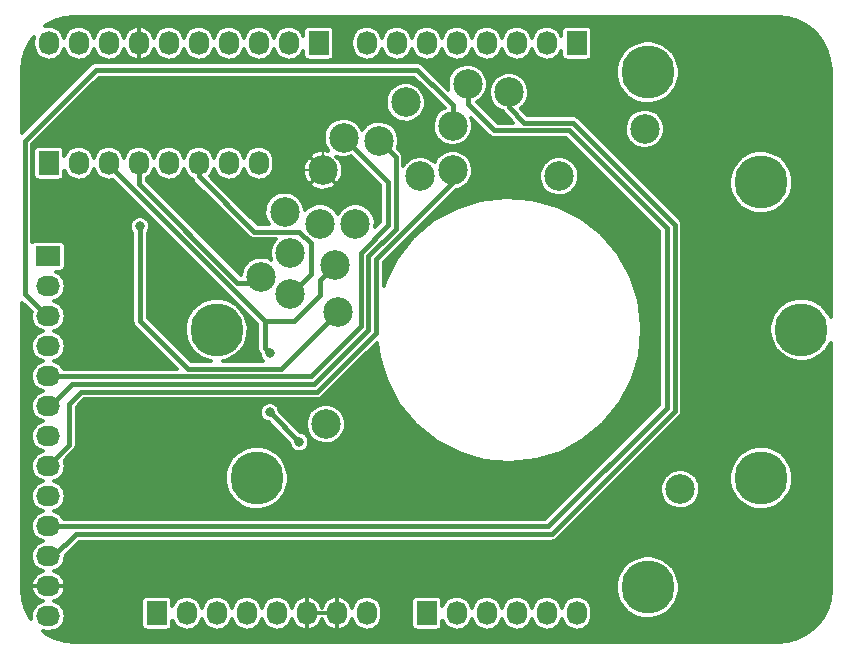
<source format=gbl>
G04 #@! TF.FileFunction,Copper,L2,Bot,Signal*
%FSLAX46Y46*%
G04 Gerber Fmt 4.6, Leading zero omitted, Abs format (unit mm)*
G04 Created by KiCad (PCBNEW (2016-05-05 BZR 6775)-product) date 2016 August 31, Wednesday 02:40:09*
%MOMM*%
%LPD*%
G01*
G04 APERTURE LIST*
%ADD10C,0.020000*%
%ADD11R,1.727200X2.032000*%
%ADD12O,1.727200X2.032000*%
%ADD13C,4.500000*%
%ADD14C,2.500000*%
%ADD15R,2.032000X1.727200*%
%ADD16O,2.032000X1.727200*%
%ADD17C,0.800000*%
%ADD18C,0.200000*%
%ADD19C,0.400000*%
%ADD20C,0.300000*%
G04 APERTURE END LIST*
D10*
D11*
X99060000Y-149899000D03*
D12*
X101600000Y-149899000D03*
X104140000Y-149899000D03*
X106680000Y-149899000D03*
X109220000Y-149899000D03*
X111760000Y-149899000D03*
X114300000Y-149899000D03*
X116840000Y-149899000D03*
D11*
X121920000Y-149899000D03*
D12*
X124460000Y-149899000D03*
X127000000Y-149899000D03*
X129540000Y-149899000D03*
X132080000Y-149899000D03*
X134620000Y-149899000D03*
D11*
X134620000Y-101639000D03*
D12*
X132080000Y-101639000D03*
X129540000Y-101639000D03*
X127000000Y-101639000D03*
X124460000Y-101639000D03*
X121920000Y-101639000D03*
X119380000Y-101639000D03*
X116840000Y-101639000D03*
D11*
X112776000Y-101639000D03*
D12*
X110236000Y-101639000D03*
X107696000Y-101639000D03*
X105156000Y-101639000D03*
X102616000Y-101639000D03*
X100076000Y-101639000D03*
X97536000Y-101639000D03*
X94996000Y-101639000D03*
X92456000Y-101639000D03*
X89916000Y-101639000D03*
D11*
X89916000Y-111799000D03*
D12*
X92456000Y-111799000D03*
X94996000Y-111799000D03*
X97536000Y-111799000D03*
X100076000Y-111799000D03*
X102616000Y-111799000D03*
X105156000Y-111799000D03*
X107696000Y-111799000D03*
D13*
X107520000Y-138450000D03*
X104120000Y-125900000D03*
X153620000Y-125900000D03*
D14*
X114370000Y-124400000D03*
X112870000Y-116900000D03*
X110370000Y-122900000D03*
X107870000Y-121400000D03*
X109870000Y-115900000D03*
X114120000Y-120400000D03*
X113370000Y-133900000D03*
X143370000Y-139400000D03*
X140370000Y-108900000D03*
X113120000Y-112400000D03*
X110370000Y-119400000D03*
X115870000Y-116900000D03*
X121370000Y-112900000D03*
X114870000Y-109650000D03*
X117870000Y-109900000D03*
X120120000Y-106650000D03*
X124120000Y-112400000D03*
X133120000Y-112900000D03*
X124120000Y-108650000D03*
D13*
X150220000Y-113400000D03*
X140620000Y-147700000D03*
X140620000Y-104100000D03*
X150220000Y-138450000D03*
D15*
X89870000Y-119670000D03*
D16*
X89870000Y-122210000D03*
X89870000Y-124750000D03*
X89870000Y-127290000D03*
X89870000Y-129830000D03*
X89870000Y-132370000D03*
X89870000Y-134910000D03*
X89870000Y-137450000D03*
X89870000Y-139990000D03*
X89870000Y-142530000D03*
X89870000Y-145070000D03*
X89870000Y-147610000D03*
X89870000Y-150150000D03*
D14*
X125370000Y-105100000D03*
X128870000Y-105800000D03*
D17*
X107120000Y-114900000D03*
X103120000Y-115900000D03*
X101120000Y-114900000D03*
X99120000Y-117900000D03*
X90620000Y-116400000D03*
X95120000Y-115400000D03*
X96120000Y-118400000D03*
X96120000Y-105400000D03*
X103620000Y-105400000D03*
X111120000Y-107900000D03*
X88620000Y-105400000D03*
X136120000Y-107900000D03*
X136120000Y-115400000D03*
X141120000Y-120400000D03*
X141120000Y-125400000D03*
X138620000Y-132900000D03*
X133620000Y-137900000D03*
X128620000Y-137900000D03*
X121120000Y-137900000D03*
X116120000Y-130400000D03*
X116120000Y-135400000D03*
X113620000Y-140400000D03*
X143620000Y-150400000D03*
X146120000Y-142900000D03*
X148620000Y-145400000D03*
X153620000Y-150400000D03*
X153620000Y-142900000D03*
X153620000Y-135400000D03*
X153620000Y-130400000D03*
X148620000Y-122900000D03*
X153620000Y-120400000D03*
X153620000Y-115400000D03*
X153620000Y-107900000D03*
X148620000Y-105400000D03*
X143620000Y-107900000D03*
X143620000Y-112900000D03*
X146120000Y-117900000D03*
X146120000Y-125400000D03*
X146120000Y-132900000D03*
X141120000Y-137900000D03*
X136120000Y-145400000D03*
X131120000Y-145400000D03*
X123620000Y-145400000D03*
X116120000Y-145400000D03*
X108620000Y-145400000D03*
X101120000Y-145400000D03*
X93620000Y-145400000D03*
X97620000Y-117150000D03*
X111120000Y-135400000D03*
X108620000Y-132900000D03*
X108620000Y-127900000D03*
X128620000Y-105150000D03*
D18*
X109620000Y-112400000D02*
X107120000Y-114900000D01*
X103120000Y-115900000D02*
X102120000Y-114900000D01*
X102120000Y-114900000D02*
X101120000Y-114900000D01*
X113120000Y-112400000D02*
X109620000Y-112400000D01*
X95120000Y-117400000D02*
X95120000Y-115400000D01*
X96120000Y-118400000D02*
X95120000Y-117400000D01*
X113120000Y-112400000D02*
X113120000Y-109900000D01*
X103620000Y-105400000D02*
X96120000Y-105400000D01*
X113120000Y-109900000D02*
X111120000Y-107900000D01*
X141120000Y-120400000D02*
X136120000Y-115400000D01*
X141120000Y-130400000D02*
X141120000Y-125400000D01*
X138620000Y-132900000D02*
X141120000Y-130400000D01*
X128620000Y-137900000D02*
X133620000Y-137900000D01*
X118620000Y-135400000D02*
X121120000Y-137900000D01*
X118620000Y-132900000D02*
X118620000Y-135400000D01*
X116120000Y-130400000D02*
X118620000Y-132900000D01*
X116120000Y-137900000D02*
X116120000Y-135400000D01*
X113620000Y-140400000D02*
X116120000Y-137900000D01*
X148620000Y-145400000D02*
X146120000Y-142900000D01*
X153620000Y-142900000D02*
X153620000Y-150400000D01*
X153620000Y-130400000D02*
X153620000Y-135400000D01*
X151120000Y-122900000D02*
X148620000Y-122900000D01*
X153620000Y-120400000D02*
X151120000Y-122900000D01*
X153620000Y-107900000D02*
X153620000Y-115400000D01*
X146120000Y-105400000D02*
X148620000Y-105400000D01*
X143620000Y-107900000D02*
X146120000Y-105400000D01*
X143620000Y-115400000D02*
X143620000Y-112900000D01*
X146120000Y-117900000D02*
X143620000Y-115400000D01*
X146120000Y-132900000D02*
X146120000Y-125400000D01*
X141120000Y-140400000D02*
X141120000Y-137900000D01*
X136120000Y-145400000D02*
X141120000Y-140400000D01*
X123620000Y-145400000D02*
X131120000Y-145400000D01*
X108620000Y-145400000D02*
X116120000Y-145400000D01*
X93620000Y-145400000D02*
X101120000Y-145400000D01*
D19*
X107870000Y-121400000D02*
X107370000Y-121900000D01*
X107370000Y-121900000D02*
X105870000Y-121900000D01*
X105870000Y-121900000D02*
X97536000Y-113566000D01*
X97536000Y-113566000D02*
X97536000Y-111799000D01*
X97620000Y-117715685D02*
X97620000Y-117150000D01*
X97620000Y-125150000D02*
X97620000Y-117715685D01*
X101669968Y-129199969D02*
X97620000Y-125150000D01*
X114370000Y-124400000D02*
X109570031Y-129199969D01*
X109570031Y-129199969D02*
X101669968Y-129199969D01*
X110370000Y-122900000D02*
X112070001Y-121199999D01*
X112070001Y-121199999D02*
X112070001Y-118583999D01*
X112070001Y-118583999D02*
X111086003Y-117600001D01*
X111086003Y-117600001D02*
X107320001Y-117600001D01*
X107320001Y-117600001D02*
X102616000Y-112896000D01*
X102616000Y-112896000D02*
X102616000Y-111799000D01*
X108194600Y-125150000D02*
X108194600Y-127474600D01*
X111120000Y-135400000D02*
X108620000Y-132900000D01*
X108620000Y-127900000D02*
X108194600Y-127474600D01*
X94996000Y-111951400D02*
X108194600Y-125150000D01*
X94996000Y-111799000D02*
X94996000Y-111951400D01*
X112870001Y-121649999D02*
X114120000Y-120400000D01*
X112870001Y-122916001D02*
X112870001Y-121649999D01*
X110636002Y-125150000D02*
X112870001Y-122916001D01*
X108194600Y-125150000D02*
X110636002Y-125150000D01*
X114870000Y-109650000D02*
X118620000Y-113400000D01*
X118620000Y-113400000D02*
X118620000Y-117061492D01*
X118620000Y-117061492D02*
X116319978Y-119361514D01*
X116319978Y-119361514D02*
X116319978Y-125611514D01*
X116319978Y-125611514D02*
X112081514Y-129849978D01*
X112081514Y-129849978D02*
X91305978Y-129849978D01*
X91305978Y-129849978D02*
X91286000Y-129830000D01*
X91286000Y-129830000D02*
X89870000Y-129830000D01*
X90022400Y-132370000D02*
X89870000Y-132370000D01*
X91892411Y-130499989D02*
X90022400Y-132370000D01*
X112350757Y-130499989D02*
X91892411Y-130499989D01*
X116969988Y-125880758D02*
X112350757Y-130499989D01*
X116969989Y-119630757D02*
X116969988Y-125880758D01*
X119270010Y-117330736D02*
X116969989Y-119630757D01*
X119270010Y-111300010D02*
X119270010Y-117330736D01*
X117870000Y-109900000D02*
X119270010Y-111300010D01*
X92620000Y-131150000D02*
X112620000Y-131150000D01*
X124120000Y-113400000D02*
X124120000Y-112400000D01*
X117620000Y-119900000D02*
X124120000Y-113400000D01*
X89870000Y-137450000D02*
X90070000Y-137450000D01*
X90070000Y-137450000D02*
X90370000Y-137150000D01*
X90370000Y-137150000D02*
X90370000Y-136900000D01*
X90370000Y-136900000D02*
X91620000Y-135650000D01*
X117620000Y-126150000D02*
X117620000Y-119900000D01*
X91620000Y-135650000D02*
X91620000Y-132150000D01*
X91620000Y-132150000D02*
X92620000Y-131150000D01*
X112620000Y-131150000D02*
X117620000Y-126150000D01*
X89870000Y-124750000D02*
X89717600Y-124750000D01*
X89717600Y-124750000D02*
X87870000Y-122902400D01*
X87870000Y-122902400D02*
X87870000Y-109900000D01*
X87870000Y-109900000D02*
X93870000Y-103900000D01*
X93870000Y-103900000D02*
X121120000Y-103900000D01*
X121120000Y-103900000D02*
X123620000Y-106400000D01*
X123620000Y-106400000D02*
X123637766Y-106400000D01*
X123637766Y-106400000D02*
X124120000Y-106882234D01*
X124120000Y-106882234D02*
X124120000Y-108650000D01*
X125370000Y-105100000D02*
X125370000Y-106740000D01*
X132210000Y-142530000D02*
X89870000Y-142530000D01*
X142240000Y-132500000D02*
X132210000Y-142530000D01*
X142240000Y-117260000D02*
X142240000Y-132500000D01*
X133985000Y-109005000D02*
X142240000Y-117260000D01*
X127635000Y-109005000D02*
X133985000Y-109005000D01*
X125370000Y-106740000D02*
X127635000Y-109005000D01*
X89870000Y-145070000D02*
X90300000Y-145070000D01*
X90300000Y-145070000D02*
X92189998Y-143180002D01*
X92189998Y-143180002D02*
X132479240Y-143180002D01*
X132479240Y-143180002D02*
X142890002Y-132769240D01*
X142890002Y-132769240D02*
X142890002Y-116990760D01*
X142890002Y-116990760D02*
X134254240Y-108354998D01*
X134254240Y-108354998D02*
X130159998Y-108354998D01*
X130159998Y-108354998D02*
X128870000Y-107065000D01*
X128870000Y-107065000D02*
X128870000Y-105800000D01*
D20*
G36*
X152488706Y-99512694D02*
X153324333Y-99764985D01*
X154095034Y-100174774D01*
X154771466Y-100726459D01*
X155327854Y-101399017D01*
X155743017Y-102166844D01*
X156001133Y-103000682D01*
X156094974Y-103893522D01*
X156095000Y-103900977D01*
X156095000Y-124819192D01*
X156015493Y-124626294D01*
X155722474Y-124185264D01*
X155349372Y-123809548D01*
X154910399Y-123513457D01*
X154422275Y-123308269D01*
X153903592Y-123201798D01*
X153374108Y-123198102D01*
X152853990Y-123297320D01*
X152363048Y-123495673D01*
X151919984Y-123785606D01*
X151541672Y-124156076D01*
X151242524Y-124592971D01*
X151033933Y-125079651D01*
X150923844Y-125597578D01*
X150916451Y-126127023D01*
X151012035Y-126647822D01*
X151206956Y-127140136D01*
X151493789Y-127585214D01*
X151861609Y-127966102D01*
X152296406Y-128268293D01*
X152781617Y-128480277D01*
X153298762Y-128593979D01*
X153828144Y-128605068D01*
X154349597Y-128513122D01*
X154843260Y-128321642D01*
X155290329Y-128037924D01*
X155673776Y-127672772D01*
X155978995Y-127240096D01*
X156095000Y-126979544D01*
X156095000Y-147874327D01*
X156007306Y-148768706D01*
X155755015Y-149604331D01*
X155345226Y-150375034D01*
X154793543Y-151051464D01*
X154120980Y-151607857D01*
X153353153Y-152023019D01*
X152519318Y-152281133D01*
X151626479Y-152374974D01*
X151619023Y-152375000D01*
X92145673Y-152375000D01*
X91251294Y-152287306D01*
X90415669Y-152035015D01*
X89644966Y-151625226D01*
X89395177Y-151421503D01*
X89437394Y-151434895D01*
X89692166Y-151463472D01*
X89710507Y-151463600D01*
X90029493Y-151463600D01*
X90284639Y-151438583D01*
X90530067Y-151364484D01*
X90756428Y-151244125D01*
X90955100Y-151082092D01*
X91118517Y-150884556D01*
X91240452Y-150659040D01*
X91316263Y-150414136D01*
X91343061Y-150159171D01*
X91319826Y-149903856D01*
X91247442Y-149657917D01*
X91128667Y-149430721D01*
X90968024Y-149230922D01*
X90771634Y-149066131D01*
X90546975Y-148942624D01*
X90359018Y-148883000D01*
X97744223Y-148883000D01*
X97744223Y-150915000D01*
X97752911Y-151003215D01*
X97778643Y-151088041D01*
X97820429Y-151166216D01*
X97876663Y-151234737D01*
X97945184Y-151290971D01*
X98023359Y-151332757D01*
X98108185Y-151358489D01*
X98196400Y-151367177D01*
X99923600Y-151367177D01*
X100011815Y-151358489D01*
X100096641Y-151332757D01*
X100174816Y-151290971D01*
X100243337Y-151234737D01*
X100299571Y-151166216D01*
X100341357Y-151088041D01*
X100367089Y-151003215D01*
X100375777Y-150915000D01*
X100375777Y-150526810D01*
X100385516Y-150559067D01*
X100505875Y-150785428D01*
X100667908Y-150984100D01*
X100865444Y-151147517D01*
X101090960Y-151269452D01*
X101335864Y-151345263D01*
X101590829Y-151372061D01*
X101846144Y-151348826D01*
X102092083Y-151276442D01*
X102319279Y-151157667D01*
X102519078Y-150997024D01*
X102683869Y-150800634D01*
X102807376Y-150575975D01*
X102870522Y-150376916D01*
X102925516Y-150559067D01*
X103045875Y-150785428D01*
X103207908Y-150984100D01*
X103405444Y-151147517D01*
X103630960Y-151269452D01*
X103875864Y-151345263D01*
X104130829Y-151372061D01*
X104386144Y-151348826D01*
X104632083Y-151276442D01*
X104859279Y-151157667D01*
X105059078Y-150997024D01*
X105223869Y-150800634D01*
X105347376Y-150575975D01*
X105410522Y-150376916D01*
X105465516Y-150559067D01*
X105585875Y-150785428D01*
X105747908Y-150984100D01*
X105945444Y-151147517D01*
X106170960Y-151269452D01*
X106415864Y-151345263D01*
X106670829Y-151372061D01*
X106926144Y-151348826D01*
X107172083Y-151276442D01*
X107399279Y-151157667D01*
X107599078Y-150997024D01*
X107763869Y-150800634D01*
X107887376Y-150575975D01*
X107950522Y-150376916D01*
X108005516Y-150559067D01*
X108125875Y-150785428D01*
X108287908Y-150984100D01*
X108485444Y-151147517D01*
X108710960Y-151269452D01*
X108955864Y-151345263D01*
X109210829Y-151372061D01*
X109466144Y-151348826D01*
X109712083Y-151276442D01*
X109939279Y-151157667D01*
X110139078Y-150997024D01*
X110303869Y-150800634D01*
X110427376Y-150575975D01*
X110491476Y-150373907D01*
X110548305Y-150558713D01*
X110670559Y-150785355D01*
X110834680Y-150983792D01*
X111034360Y-151146397D01*
X111261926Y-151266922D01*
X111508633Y-151340736D01*
X111549571Y-151348035D01*
X111755000Y-151252490D01*
X111755000Y-149904000D01*
X111765000Y-149904000D01*
X111765000Y-151252490D01*
X111970429Y-151348035D01*
X112011367Y-151340736D01*
X112258074Y-151266922D01*
X112485640Y-151146397D01*
X112685320Y-150983792D01*
X112849441Y-150785355D01*
X112971695Y-150558713D01*
X113030000Y-150369107D01*
X113088305Y-150558713D01*
X113210559Y-150785355D01*
X113374680Y-150983792D01*
X113574360Y-151146397D01*
X113801926Y-151266922D01*
X114048633Y-151340736D01*
X114089571Y-151348035D01*
X114295000Y-151252490D01*
X114295000Y-149904000D01*
X111765000Y-149904000D01*
X111755000Y-149904000D01*
X111735000Y-149904000D01*
X111735000Y-149894000D01*
X111755000Y-149894000D01*
X111755000Y-148545510D01*
X111765000Y-148545510D01*
X111765000Y-149894000D01*
X114295000Y-149894000D01*
X114295000Y-148545510D01*
X114305000Y-148545510D01*
X114305000Y-149894000D01*
X114325000Y-149894000D01*
X114325000Y-149904000D01*
X114305000Y-149904000D01*
X114305000Y-151252490D01*
X114510429Y-151348035D01*
X114551367Y-151340736D01*
X114798074Y-151266922D01*
X115025640Y-151146397D01*
X115225320Y-150983792D01*
X115389441Y-150785355D01*
X115511695Y-150558713D01*
X115569073Y-150372120D01*
X115625516Y-150559067D01*
X115745875Y-150785428D01*
X115907908Y-150984100D01*
X116105444Y-151147517D01*
X116330960Y-151269452D01*
X116575864Y-151345263D01*
X116830829Y-151372061D01*
X117086144Y-151348826D01*
X117332083Y-151276442D01*
X117559279Y-151157667D01*
X117759078Y-150997024D01*
X117923869Y-150800634D01*
X118047376Y-150575975D01*
X118124895Y-150331606D01*
X118153472Y-150076834D01*
X118153600Y-150058493D01*
X118153600Y-149739507D01*
X118128583Y-149484361D01*
X118054484Y-149238933D01*
X117934125Y-149012572D01*
X117828449Y-148883000D01*
X120604223Y-148883000D01*
X120604223Y-150915000D01*
X120612911Y-151003215D01*
X120638643Y-151088041D01*
X120680429Y-151166216D01*
X120736663Y-151234737D01*
X120805184Y-151290971D01*
X120883359Y-151332757D01*
X120968185Y-151358489D01*
X121056400Y-151367177D01*
X122783600Y-151367177D01*
X122871815Y-151358489D01*
X122956641Y-151332757D01*
X123034816Y-151290971D01*
X123103337Y-151234737D01*
X123159571Y-151166216D01*
X123201357Y-151088041D01*
X123227089Y-151003215D01*
X123235777Y-150915000D01*
X123235777Y-150526810D01*
X123245516Y-150559067D01*
X123365875Y-150785428D01*
X123527908Y-150984100D01*
X123725444Y-151147517D01*
X123950960Y-151269452D01*
X124195864Y-151345263D01*
X124450829Y-151372061D01*
X124706144Y-151348826D01*
X124952083Y-151276442D01*
X125179279Y-151157667D01*
X125379078Y-150997024D01*
X125543869Y-150800634D01*
X125667376Y-150575975D01*
X125730522Y-150376916D01*
X125785516Y-150559067D01*
X125905875Y-150785428D01*
X126067908Y-150984100D01*
X126265444Y-151147517D01*
X126490960Y-151269452D01*
X126735864Y-151345263D01*
X126990829Y-151372061D01*
X127246144Y-151348826D01*
X127492083Y-151276442D01*
X127719279Y-151157667D01*
X127919078Y-150997024D01*
X128083869Y-150800634D01*
X128207376Y-150575975D01*
X128270522Y-150376916D01*
X128325516Y-150559067D01*
X128445875Y-150785428D01*
X128607908Y-150984100D01*
X128805444Y-151147517D01*
X129030960Y-151269452D01*
X129275864Y-151345263D01*
X129530829Y-151372061D01*
X129786144Y-151348826D01*
X130032083Y-151276442D01*
X130259279Y-151157667D01*
X130459078Y-150997024D01*
X130623869Y-150800634D01*
X130747376Y-150575975D01*
X130810522Y-150376916D01*
X130865516Y-150559067D01*
X130985875Y-150785428D01*
X131147908Y-150984100D01*
X131345444Y-151147517D01*
X131570960Y-151269452D01*
X131815864Y-151345263D01*
X132070829Y-151372061D01*
X132326144Y-151348826D01*
X132572083Y-151276442D01*
X132799279Y-151157667D01*
X132999078Y-150997024D01*
X133163869Y-150800634D01*
X133287376Y-150575975D01*
X133350522Y-150376916D01*
X133405516Y-150559067D01*
X133525875Y-150785428D01*
X133687908Y-150984100D01*
X133885444Y-151147517D01*
X134110960Y-151269452D01*
X134355864Y-151345263D01*
X134610829Y-151372061D01*
X134866144Y-151348826D01*
X135112083Y-151276442D01*
X135339279Y-151157667D01*
X135539078Y-150997024D01*
X135703869Y-150800634D01*
X135827376Y-150575975D01*
X135904895Y-150331606D01*
X135933472Y-150076834D01*
X135933600Y-150058493D01*
X135933600Y-149739507D01*
X135908583Y-149484361D01*
X135834484Y-149238933D01*
X135714125Y-149012572D01*
X135552092Y-148813900D01*
X135354556Y-148650483D01*
X135129040Y-148528548D01*
X134884136Y-148452737D01*
X134629171Y-148425939D01*
X134373856Y-148449174D01*
X134127917Y-148521558D01*
X133900721Y-148640333D01*
X133700922Y-148800976D01*
X133536131Y-148997366D01*
X133412624Y-149222025D01*
X133349478Y-149421084D01*
X133294484Y-149238933D01*
X133174125Y-149012572D01*
X133012092Y-148813900D01*
X132814556Y-148650483D01*
X132589040Y-148528548D01*
X132344136Y-148452737D01*
X132089171Y-148425939D01*
X131833856Y-148449174D01*
X131587917Y-148521558D01*
X131360721Y-148640333D01*
X131160922Y-148800976D01*
X130996131Y-148997366D01*
X130872624Y-149222025D01*
X130809478Y-149421084D01*
X130754484Y-149238933D01*
X130634125Y-149012572D01*
X130472092Y-148813900D01*
X130274556Y-148650483D01*
X130049040Y-148528548D01*
X129804136Y-148452737D01*
X129549171Y-148425939D01*
X129293856Y-148449174D01*
X129047917Y-148521558D01*
X128820721Y-148640333D01*
X128620922Y-148800976D01*
X128456131Y-148997366D01*
X128332624Y-149222025D01*
X128269478Y-149421084D01*
X128214484Y-149238933D01*
X128094125Y-149012572D01*
X127932092Y-148813900D01*
X127734556Y-148650483D01*
X127509040Y-148528548D01*
X127264136Y-148452737D01*
X127009171Y-148425939D01*
X126753856Y-148449174D01*
X126507917Y-148521558D01*
X126280721Y-148640333D01*
X126080922Y-148800976D01*
X125916131Y-148997366D01*
X125792624Y-149222025D01*
X125729478Y-149421084D01*
X125674484Y-149238933D01*
X125554125Y-149012572D01*
X125392092Y-148813900D01*
X125194556Y-148650483D01*
X124969040Y-148528548D01*
X124724136Y-148452737D01*
X124469171Y-148425939D01*
X124213856Y-148449174D01*
X123967917Y-148521558D01*
X123740721Y-148640333D01*
X123540922Y-148800976D01*
X123376131Y-148997366D01*
X123252624Y-149222025D01*
X123235777Y-149275133D01*
X123235777Y-148883000D01*
X123227089Y-148794785D01*
X123201357Y-148709959D01*
X123159571Y-148631784D01*
X123103337Y-148563263D01*
X123034816Y-148507029D01*
X122956641Y-148465243D01*
X122871815Y-148439511D01*
X122783600Y-148430823D01*
X121056400Y-148430823D01*
X120968185Y-148439511D01*
X120883359Y-148465243D01*
X120805184Y-148507029D01*
X120736663Y-148563263D01*
X120680429Y-148631784D01*
X120638643Y-148709959D01*
X120612911Y-148794785D01*
X120604223Y-148883000D01*
X117828449Y-148883000D01*
X117772092Y-148813900D01*
X117574556Y-148650483D01*
X117349040Y-148528548D01*
X117104136Y-148452737D01*
X116849171Y-148425939D01*
X116593856Y-148449174D01*
X116347917Y-148521558D01*
X116120721Y-148640333D01*
X115920922Y-148800976D01*
X115756131Y-148997366D01*
X115632624Y-149222025D01*
X115568524Y-149424093D01*
X115511695Y-149239287D01*
X115389441Y-149012645D01*
X115225320Y-148814208D01*
X115025640Y-148651603D01*
X114798074Y-148531078D01*
X114551367Y-148457264D01*
X114510429Y-148449965D01*
X114305000Y-148545510D01*
X114295000Y-148545510D01*
X114089571Y-148449965D01*
X114048633Y-148457264D01*
X113801926Y-148531078D01*
X113574360Y-148651603D01*
X113374680Y-148814208D01*
X113210559Y-149012645D01*
X113088305Y-149239287D01*
X113030000Y-149428893D01*
X112971695Y-149239287D01*
X112849441Y-149012645D01*
X112685320Y-148814208D01*
X112485640Y-148651603D01*
X112258074Y-148531078D01*
X112011367Y-148457264D01*
X111970429Y-148449965D01*
X111765000Y-148545510D01*
X111755000Y-148545510D01*
X111549571Y-148449965D01*
X111508633Y-148457264D01*
X111261926Y-148531078D01*
X111034360Y-148651603D01*
X110834680Y-148814208D01*
X110670559Y-149012645D01*
X110548305Y-149239287D01*
X110490927Y-149425880D01*
X110434484Y-149238933D01*
X110314125Y-149012572D01*
X110152092Y-148813900D01*
X109954556Y-148650483D01*
X109729040Y-148528548D01*
X109484136Y-148452737D01*
X109229171Y-148425939D01*
X108973856Y-148449174D01*
X108727917Y-148521558D01*
X108500721Y-148640333D01*
X108300922Y-148800976D01*
X108136131Y-148997366D01*
X108012624Y-149222025D01*
X107949478Y-149421084D01*
X107894484Y-149238933D01*
X107774125Y-149012572D01*
X107612092Y-148813900D01*
X107414556Y-148650483D01*
X107189040Y-148528548D01*
X106944136Y-148452737D01*
X106689171Y-148425939D01*
X106433856Y-148449174D01*
X106187917Y-148521558D01*
X105960721Y-148640333D01*
X105760922Y-148800976D01*
X105596131Y-148997366D01*
X105472624Y-149222025D01*
X105409478Y-149421084D01*
X105354484Y-149238933D01*
X105234125Y-149012572D01*
X105072092Y-148813900D01*
X104874556Y-148650483D01*
X104649040Y-148528548D01*
X104404136Y-148452737D01*
X104149171Y-148425939D01*
X103893856Y-148449174D01*
X103647917Y-148521558D01*
X103420721Y-148640333D01*
X103220922Y-148800976D01*
X103056131Y-148997366D01*
X102932624Y-149222025D01*
X102869478Y-149421084D01*
X102814484Y-149238933D01*
X102694125Y-149012572D01*
X102532092Y-148813900D01*
X102334556Y-148650483D01*
X102109040Y-148528548D01*
X101864136Y-148452737D01*
X101609171Y-148425939D01*
X101353856Y-148449174D01*
X101107917Y-148521558D01*
X100880721Y-148640333D01*
X100680922Y-148800976D01*
X100516131Y-148997366D01*
X100392624Y-149222025D01*
X100375777Y-149275133D01*
X100375777Y-148883000D01*
X100367089Y-148794785D01*
X100341357Y-148709959D01*
X100299571Y-148631784D01*
X100243337Y-148563263D01*
X100174816Y-148507029D01*
X100096641Y-148465243D01*
X100011815Y-148439511D01*
X99923600Y-148430823D01*
X98196400Y-148430823D01*
X98108185Y-148439511D01*
X98023359Y-148465243D01*
X97945184Y-148507029D01*
X97876663Y-148563263D01*
X97820429Y-148631784D01*
X97778643Y-148709959D01*
X97752911Y-148794785D01*
X97744223Y-148883000D01*
X90359018Y-148883000D01*
X90344907Y-148878524D01*
X90529713Y-148821695D01*
X90756355Y-148699441D01*
X90954792Y-148535320D01*
X91117397Y-148335640D01*
X91237922Y-148108074D01*
X91292091Y-147927023D01*
X137916451Y-147927023D01*
X138012035Y-148447822D01*
X138206956Y-148940136D01*
X138493789Y-149385214D01*
X138861609Y-149766102D01*
X139296406Y-150068293D01*
X139781617Y-150280277D01*
X140298762Y-150393979D01*
X140828144Y-150405068D01*
X141349597Y-150313122D01*
X141843260Y-150121642D01*
X142290329Y-149837924D01*
X142673776Y-149472772D01*
X142978995Y-149040096D01*
X143194361Y-148556376D01*
X143311671Y-148040037D01*
X143320116Y-147435251D01*
X143217269Y-146915838D01*
X143015493Y-146426294D01*
X142722474Y-145985264D01*
X142349372Y-145609548D01*
X141910399Y-145313457D01*
X141422275Y-145108269D01*
X140903592Y-145001798D01*
X140374108Y-144998102D01*
X139853990Y-145097320D01*
X139363048Y-145295673D01*
X138919984Y-145585606D01*
X138541672Y-145956076D01*
X138242524Y-146392971D01*
X138033933Y-146879651D01*
X137923844Y-147397578D01*
X137916451Y-147927023D01*
X91292091Y-147927023D01*
X91311736Y-147861367D01*
X91319035Y-147820429D01*
X91223490Y-147615000D01*
X89875000Y-147615000D01*
X89875000Y-147635000D01*
X89865000Y-147635000D01*
X89865000Y-147615000D01*
X88516510Y-147615000D01*
X88420965Y-147820429D01*
X88428264Y-147861367D01*
X88502078Y-148108074D01*
X88622603Y-148335640D01*
X88785208Y-148535320D01*
X88983645Y-148699441D01*
X89210287Y-148821695D01*
X89396880Y-148879073D01*
X89209933Y-148935516D01*
X88983572Y-149055875D01*
X88784900Y-149217908D01*
X88621483Y-149415444D01*
X88499548Y-149640960D01*
X88423737Y-149885864D01*
X88396939Y-150140829D01*
X88420174Y-150396144D01*
X88426818Y-150418719D01*
X88412143Y-150400980D01*
X87996981Y-149633153D01*
X87738867Y-148799318D01*
X87645026Y-147906479D01*
X87645000Y-147899023D01*
X87645000Y-123596638D01*
X88449855Y-124401493D01*
X88423737Y-124485864D01*
X88396939Y-124740829D01*
X88420174Y-124996144D01*
X88492558Y-125242083D01*
X88611333Y-125469279D01*
X88771976Y-125669078D01*
X88968366Y-125833869D01*
X89193025Y-125957376D01*
X89392084Y-126020522D01*
X89209933Y-126075516D01*
X88983572Y-126195875D01*
X88784900Y-126357908D01*
X88621483Y-126555444D01*
X88499548Y-126780960D01*
X88423737Y-127025864D01*
X88396939Y-127280829D01*
X88420174Y-127536144D01*
X88492558Y-127782083D01*
X88611333Y-128009279D01*
X88771976Y-128209078D01*
X88968366Y-128373869D01*
X89193025Y-128497376D01*
X89392084Y-128560522D01*
X89209933Y-128615516D01*
X88983572Y-128735875D01*
X88784900Y-128897908D01*
X88621483Y-129095444D01*
X88499548Y-129320960D01*
X88423737Y-129565864D01*
X88396939Y-129820829D01*
X88420174Y-130076144D01*
X88492558Y-130322083D01*
X88611333Y-130549279D01*
X88771976Y-130749078D01*
X88968366Y-130913869D01*
X89193025Y-131037376D01*
X89392084Y-131100522D01*
X89209933Y-131155516D01*
X88983572Y-131275875D01*
X88784900Y-131437908D01*
X88621483Y-131635444D01*
X88499548Y-131860960D01*
X88423737Y-132105864D01*
X88396939Y-132360829D01*
X88420174Y-132616144D01*
X88492558Y-132862083D01*
X88611333Y-133089279D01*
X88771976Y-133289078D01*
X88968366Y-133453869D01*
X89193025Y-133577376D01*
X89392084Y-133640522D01*
X89209933Y-133695516D01*
X88983572Y-133815875D01*
X88784900Y-133977908D01*
X88621483Y-134175444D01*
X88499548Y-134400960D01*
X88423737Y-134645864D01*
X88396939Y-134900829D01*
X88420174Y-135156144D01*
X88492558Y-135402083D01*
X88611333Y-135629279D01*
X88771976Y-135829078D01*
X88968366Y-135993869D01*
X89193025Y-136117376D01*
X89392084Y-136180522D01*
X89209933Y-136235516D01*
X88983572Y-136355875D01*
X88784900Y-136517908D01*
X88621483Y-136715444D01*
X88499548Y-136940960D01*
X88423737Y-137185864D01*
X88396939Y-137440829D01*
X88420174Y-137696144D01*
X88492558Y-137942083D01*
X88611333Y-138169279D01*
X88771976Y-138369078D01*
X88968366Y-138533869D01*
X89193025Y-138657376D01*
X89392084Y-138720522D01*
X89209933Y-138775516D01*
X88983572Y-138895875D01*
X88784900Y-139057908D01*
X88621483Y-139255444D01*
X88499548Y-139480960D01*
X88423737Y-139725864D01*
X88396939Y-139980829D01*
X88420174Y-140236144D01*
X88492558Y-140482083D01*
X88611333Y-140709279D01*
X88771976Y-140909078D01*
X88968366Y-141073869D01*
X89193025Y-141197376D01*
X89392084Y-141260522D01*
X89209933Y-141315516D01*
X88983572Y-141435875D01*
X88784900Y-141597908D01*
X88621483Y-141795444D01*
X88499548Y-142020960D01*
X88423737Y-142265864D01*
X88396939Y-142520829D01*
X88420174Y-142776144D01*
X88492558Y-143022083D01*
X88611333Y-143249279D01*
X88771976Y-143449078D01*
X88968366Y-143613869D01*
X89193025Y-143737376D01*
X89392084Y-143800522D01*
X89209933Y-143855516D01*
X88983572Y-143975875D01*
X88784900Y-144137908D01*
X88621483Y-144335444D01*
X88499548Y-144560960D01*
X88423737Y-144805864D01*
X88396939Y-145060829D01*
X88420174Y-145316144D01*
X88492558Y-145562083D01*
X88611333Y-145789279D01*
X88771976Y-145989078D01*
X88968366Y-146153869D01*
X89193025Y-146277376D01*
X89395093Y-146341476D01*
X89210287Y-146398305D01*
X88983645Y-146520559D01*
X88785208Y-146684680D01*
X88622603Y-146884360D01*
X88502078Y-147111926D01*
X88428264Y-147358633D01*
X88420965Y-147399571D01*
X88516510Y-147605000D01*
X89865000Y-147605000D01*
X89865000Y-147585000D01*
X89875000Y-147585000D01*
X89875000Y-147605000D01*
X91223490Y-147605000D01*
X91319035Y-147399571D01*
X91311736Y-147358633D01*
X91237922Y-147111926D01*
X91117397Y-146884360D01*
X90954792Y-146684680D01*
X90756355Y-146520559D01*
X90529713Y-146398305D01*
X90343120Y-146340927D01*
X90530067Y-146284484D01*
X90756428Y-146164125D01*
X90955100Y-146002092D01*
X91118517Y-145804556D01*
X91240452Y-145579040D01*
X91316263Y-145334136D01*
X91343061Y-145079171D01*
X91331967Y-144957271D01*
X92459237Y-143830002D01*
X132479240Y-143830002D01*
X132539018Y-143824141D01*
X132598808Y-143818910D01*
X132602090Y-143817957D01*
X132605492Y-143817623D01*
X132662975Y-143800268D01*
X132720629Y-143783518D01*
X132723664Y-143781945D01*
X132726936Y-143780957D01*
X132779971Y-143752758D01*
X132833255Y-143725138D01*
X132835924Y-143723007D01*
X132838945Y-143721401D01*
X132885472Y-143683454D01*
X132932398Y-143645994D01*
X132937153Y-143641304D01*
X132937252Y-143641223D01*
X132937328Y-143641131D01*
X132938859Y-143639621D01*
X137035539Y-139542941D01*
X141667765Y-139542941D01*
X141727948Y-139870851D01*
X141850676Y-140180827D01*
X142031274Y-140461061D01*
X142262865Y-140700880D01*
X142536625Y-140891148D01*
X142842129Y-141024619D01*
X143167739Y-141096209D01*
X143501053Y-141103191D01*
X143829376Y-141045299D01*
X144140201Y-140924738D01*
X144421689Y-140746100D01*
X144663119Y-140516190D01*
X144855294Y-140243764D01*
X144990895Y-139939200D01*
X145064756Y-139614097D01*
X145070073Y-139233306D01*
X145005318Y-138906268D01*
X144910831Y-138677023D01*
X147516451Y-138677023D01*
X147612035Y-139197822D01*
X147806956Y-139690136D01*
X148093789Y-140135214D01*
X148461609Y-140516102D01*
X148896406Y-140818293D01*
X149381617Y-141030277D01*
X149898762Y-141143979D01*
X150428144Y-141155068D01*
X150949597Y-141063122D01*
X151443260Y-140871642D01*
X151890329Y-140587924D01*
X152273776Y-140222772D01*
X152578995Y-139790096D01*
X152794361Y-139306376D01*
X152911671Y-138790037D01*
X152920116Y-138185251D01*
X152817269Y-137665838D01*
X152615493Y-137176294D01*
X152322474Y-136735264D01*
X151949372Y-136359548D01*
X151510399Y-136063457D01*
X151022275Y-135858269D01*
X150503592Y-135751798D01*
X149974108Y-135748102D01*
X149453990Y-135847320D01*
X148963048Y-136045673D01*
X148519984Y-136335606D01*
X148141672Y-136706076D01*
X147842524Y-137142971D01*
X147633933Y-137629651D01*
X147523844Y-138147578D01*
X147516451Y-138677023D01*
X144910831Y-138677023D01*
X144878274Y-138598036D01*
X144693780Y-138320351D01*
X144458864Y-138083789D01*
X144182474Y-137897361D01*
X143875136Y-137768169D01*
X143548558Y-137701132D01*
X143215179Y-137698804D01*
X142887697Y-137761275D01*
X142578586Y-137886164D01*
X142299619Y-138068715D01*
X142061423Y-138301973D01*
X141873070Y-138577056D01*
X141741735Y-138883484D01*
X141672420Y-139209586D01*
X141667765Y-139542941D01*
X137035539Y-139542941D01*
X143349622Y-133228859D01*
X143387731Y-133182464D01*
X143426326Y-133136469D01*
X143427974Y-133133472D01*
X143430142Y-133130832D01*
X143458516Y-133077916D01*
X143487440Y-133025302D01*
X143488473Y-133022046D01*
X143490089Y-133019032D01*
X143507655Y-132961576D01*
X143525798Y-132904383D01*
X143526179Y-132900989D01*
X143527179Y-132897717D01*
X143533248Y-132837969D01*
X143539939Y-132778315D01*
X143539985Y-132771633D01*
X143539998Y-132771509D01*
X143539987Y-132771393D01*
X143540002Y-132769240D01*
X143540002Y-116990760D01*
X143534146Y-116931031D01*
X143528911Y-116871192D01*
X143527956Y-116867905D01*
X143527623Y-116864508D01*
X143510280Y-116807066D01*
X143493518Y-116749371D01*
X143491945Y-116746336D01*
X143490957Y-116743064D01*
X143462758Y-116690029D01*
X143435138Y-116636745D01*
X143433007Y-116634076D01*
X143431401Y-116631055D01*
X143393454Y-116584528D01*
X143355994Y-116537602D01*
X143351300Y-116532843D01*
X143351223Y-116532748D01*
X143351135Y-116532676D01*
X143349622Y-116531141D01*
X140445504Y-113627023D01*
X147516451Y-113627023D01*
X147612035Y-114147822D01*
X147806956Y-114640136D01*
X148093789Y-115085214D01*
X148461609Y-115466102D01*
X148896406Y-115768293D01*
X149381617Y-115980277D01*
X149898762Y-116093979D01*
X150428144Y-116105068D01*
X150949597Y-116013122D01*
X151443260Y-115821642D01*
X151890329Y-115537924D01*
X152273776Y-115172772D01*
X152578995Y-114740096D01*
X152794361Y-114256376D01*
X152911671Y-113740037D01*
X152920116Y-113135251D01*
X152817269Y-112615838D01*
X152615493Y-112126294D01*
X152322474Y-111685264D01*
X151949372Y-111309548D01*
X151510399Y-111013457D01*
X151022275Y-110808269D01*
X150503592Y-110701798D01*
X149974108Y-110698102D01*
X149453990Y-110797320D01*
X148963048Y-110995673D01*
X148519984Y-111285606D01*
X148141672Y-111656076D01*
X147842524Y-112092971D01*
X147633933Y-112579651D01*
X147523844Y-113097578D01*
X147516451Y-113627023D01*
X140445504Y-113627023D01*
X135861422Y-109042941D01*
X138667765Y-109042941D01*
X138727948Y-109370851D01*
X138850676Y-109680827D01*
X139031274Y-109961061D01*
X139262865Y-110200880D01*
X139536625Y-110391148D01*
X139842129Y-110524619D01*
X140167739Y-110596209D01*
X140501053Y-110603191D01*
X140829376Y-110545299D01*
X141140201Y-110424738D01*
X141421689Y-110246100D01*
X141663119Y-110016190D01*
X141855294Y-109743764D01*
X141990895Y-109439200D01*
X142064756Y-109114097D01*
X142070073Y-108733306D01*
X142005318Y-108406268D01*
X141878274Y-108098036D01*
X141693780Y-107820351D01*
X141458864Y-107583789D01*
X141182474Y-107397361D01*
X140875136Y-107268169D01*
X140548558Y-107201132D01*
X140215179Y-107198804D01*
X139887697Y-107261275D01*
X139578586Y-107386164D01*
X139299619Y-107568715D01*
X139061423Y-107801973D01*
X138873070Y-108077056D01*
X138741735Y-108383484D01*
X138672420Y-108709586D01*
X138667765Y-109042941D01*
X135861422Y-109042941D01*
X134713859Y-107895379D01*
X134667494Y-107857294D01*
X134621469Y-107818674D01*
X134618471Y-107817026D01*
X134615832Y-107814858D01*
X134562916Y-107786484D01*
X134510302Y-107757560D01*
X134507046Y-107756527D01*
X134504032Y-107754911D01*
X134446576Y-107737345D01*
X134389383Y-107719202D01*
X134385989Y-107718821D01*
X134382717Y-107717821D01*
X134322969Y-107711752D01*
X134263315Y-107705061D01*
X134256633Y-107705015D01*
X134256509Y-107705002D01*
X134256393Y-107705013D01*
X134254240Y-107704998D01*
X130429237Y-107704998D01*
X129890275Y-107166036D01*
X129921689Y-107146100D01*
X130163119Y-106916190D01*
X130355294Y-106643764D01*
X130490895Y-106339200D01*
X130564756Y-106014097D01*
X130570073Y-105633306D01*
X130505318Y-105306268D01*
X130378274Y-104998036D01*
X130193780Y-104720351D01*
X129958864Y-104483789D01*
X129726450Y-104327023D01*
X137916451Y-104327023D01*
X138012035Y-104847822D01*
X138206956Y-105340136D01*
X138493789Y-105785214D01*
X138861609Y-106166102D01*
X139296406Y-106468293D01*
X139781617Y-106680277D01*
X140298762Y-106793979D01*
X140828144Y-106805068D01*
X141349597Y-106713122D01*
X141843260Y-106521642D01*
X142290329Y-106237924D01*
X142673776Y-105872772D01*
X142978995Y-105440096D01*
X143194361Y-104956376D01*
X143311671Y-104440037D01*
X143320116Y-103835251D01*
X143217269Y-103315838D01*
X143015493Y-102826294D01*
X142722474Y-102385264D01*
X142349372Y-102009548D01*
X141910399Y-101713457D01*
X141422275Y-101508269D01*
X140903592Y-101401798D01*
X140374108Y-101398102D01*
X139853990Y-101497320D01*
X139363048Y-101695673D01*
X138919984Y-101985606D01*
X138541672Y-102356076D01*
X138242524Y-102792971D01*
X138033933Y-103279651D01*
X137923844Y-103797578D01*
X137916451Y-104327023D01*
X129726450Y-104327023D01*
X129682474Y-104297361D01*
X129375136Y-104168169D01*
X129048558Y-104101132D01*
X128715179Y-104098804D01*
X128387697Y-104161275D01*
X128078586Y-104286164D01*
X127799619Y-104468715D01*
X127561423Y-104701973D01*
X127373070Y-104977056D01*
X127241735Y-105283484D01*
X127172420Y-105609586D01*
X127167765Y-105942941D01*
X127227948Y-106270851D01*
X127350676Y-106580827D01*
X127531274Y-106861061D01*
X127762865Y-107100880D01*
X128036625Y-107291148D01*
X128323565Y-107416509D01*
X128324864Y-107419015D01*
X128326995Y-107421684D01*
X128328601Y-107424705D01*
X128366548Y-107471232D01*
X128404008Y-107518158D01*
X128408698Y-107522913D01*
X128408779Y-107523012D01*
X128408871Y-107523088D01*
X128410381Y-107524619D01*
X129240761Y-108355000D01*
X127904239Y-108355000D01*
X126160863Y-106611625D01*
X126421689Y-106446100D01*
X126663119Y-106216190D01*
X126855294Y-105943764D01*
X126990895Y-105639200D01*
X127064756Y-105314097D01*
X127070073Y-104933306D01*
X127005318Y-104606268D01*
X126878274Y-104298036D01*
X126693780Y-104020351D01*
X126458864Y-103783789D01*
X126182474Y-103597361D01*
X125875136Y-103468169D01*
X125548558Y-103401132D01*
X125215179Y-103398804D01*
X124887697Y-103461275D01*
X124578586Y-103586164D01*
X124299619Y-103768715D01*
X124061423Y-104001973D01*
X123873070Y-104277056D01*
X123741735Y-104583484D01*
X123672420Y-104909586D01*
X123667765Y-105242941D01*
X123727948Y-105570851D01*
X123739653Y-105600415D01*
X121579619Y-103440381D01*
X121533254Y-103402296D01*
X121487229Y-103363676D01*
X121484231Y-103362028D01*
X121481592Y-103359860D01*
X121428676Y-103331486D01*
X121376062Y-103302562D01*
X121372806Y-103301529D01*
X121369792Y-103299913D01*
X121312336Y-103282347D01*
X121255143Y-103264204D01*
X121251749Y-103263823D01*
X121248477Y-103262823D01*
X121188729Y-103256754D01*
X121129075Y-103250063D01*
X121122393Y-103250017D01*
X121122269Y-103250004D01*
X121122153Y-103250015D01*
X121120000Y-103250000D01*
X93870000Y-103250000D01*
X93810226Y-103255861D01*
X93750432Y-103261092D01*
X93747150Y-103262045D01*
X93743748Y-103262379D01*
X93686232Y-103279744D01*
X93628610Y-103296485D01*
X93625579Y-103298056D01*
X93622304Y-103299045D01*
X93569252Y-103327253D01*
X93515985Y-103354864D01*
X93513316Y-103356995D01*
X93510295Y-103358601D01*
X93463768Y-103396548D01*
X93416842Y-103434008D01*
X93412083Y-103438702D01*
X93411988Y-103438779D01*
X93411915Y-103438867D01*
X93410380Y-103440381D01*
X87645000Y-109205762D01*
X87645000Y-103925673D01*
X87732694Y-103031294D01*
X87984985Y-102195667D01*
X88394774Y-101424966D01*
X88668067Y-101089877D01*
X88631105Y-101206394D01*
X88602528Y-101461166D01*
X88602400Y-101479507D01*
X88602400Y-101798493D01*
X88627417Y-102053639D01*
X88701516Y-102299067D01*
X88821875Y-102525428D01*
X88983908Y-102724100D01*
X89181444Y-102887517D01*
X89406960Y-103009452D01*
X89651864Y-103085263D01*
X89906829Y-103112061D01*
X90162144Y-103088826D01*
X90408083Y-103016442D01*
X90635279Y-102897667D01*
X90835078Y-102737024D01*
X90999869Y-102540634D01*
X91123376Y-102315975D01*
X91186522Y-102116916D01*
X91241516Y-102299067D01*
X91361875Y-102525428D01*
X91523908Y-102724100D01*
X91721444Y-102887517D01*
X91946960Y-103009452D01*
X92191864Y-103085263D01*
X92446829Y-103112061D01*
X92702144Y-103088826D01*
X92948083Y-103016442D01*
X93175279Y-102897667D01*
X93375078Y-102737024D01*
X93539869Y-102540634D01*
X93663376Y-102315975D01*
X93726522Y-102116916D01*
X93781516Y-102299067D01*
X93901875Y-102525428D01*
X94063908Y-102724100D01*
X94261444Y-102887517D01*
X94486960Y-103009452D01*
X94731864Y-103085263D01*
X94986829Y-103112061D01*
X95242144Y-103088826D01*
X95488083Y-103016442D01*
X95715279Y-102897667D01*
X95915078Y-102737024D01*
X96079869Y-102540634D01*
X96203376Y-102315975D01*
X96267476Y-102113907D01*
X96324305Y-102298713D01*
X96446559Y-102525355D01*
X96610680Y-102723792D01*
X96810360Y-102886397D01*
X97037926Y-103006922D01*
X97284633Y-103080736D01*
X97325571Y-103088035D01*
X97531000Y-102992490D01*
X97531000Y-101644000D01*
X97511000Y-101644000D01*
X97511000Y-101634000D01*
X97531000Y-101634000D01*
X97531000Y-100285510D01*
X97541000Y-100285510D01*
X97541000Y-101634000D01*
X97561000Y-101634000D01*
X97561000Y-101644000D01*
X97541000Y-101644000D01*
X97541000Y-102992490D01*
X97746429Y-103088035D01*
X97787367Y-103080736D01*
X98034074Y-103006922D01*
X98261640Y-102886397D01*
X98461320Y-102723792D01*
X98625441Y-102525355D01*
X98747695Y-102298713D01*
X98805073Y-102112120D01*
X98861516Y-102299067D01*
X98981875Y-102525428D01*
X99143908Y-102724100D01*
X99341444Y-102887517D01*
X99566960Y-103009452D01*
X99811864Y-103085263D01*
X100066829Y-103112061D01*
X100322144Y-103088826D01*
X100568083Y-103016442D01*
X100795279Y-102897667D01*
X100995078Y-102737024D01*
X101159869Y-102540634D01*
X101283376Y-102315975D01*
X101346522Y-102116916D01*
X101401516Y-102299067D01*
X101521875Y-102525428D01*
X101683908Y-102724100D01*
X101881444Y-102887517D01*
X102106960Y-103009452D01*
X102351864Y-103085263D01*
X102606829Y-103112061D01*
X102862144Y-103088826D01*
X103108083Y-103016442D01*
X103335279Y-102897667D01*
X103535078Y-102737024D01*
X103699869Y-102540634D01*
X103823376Y-102315975D01*
X103886522Y-102116916D01*
X103941516Y-102299067D01*
X104061875Y-102525428D01*
X104223908Y-102724100D01*
X104421444Y-102887517D01*
X104646960Y-103009452D01*
X104891864Y-103085263D01*
X105146829Y-103112061D01*
X105402144Y-103088826D01*
X105648083Y-103016442D01*
X105875279Y-102897667D01*
X106075078Y-102737024D01*
X106239869Y-102540634D01*
X106363376Y-102315975D01*
X106426522Y-102116916D01*
X106481516Y-102299067D01*
X106601875Y-102525428D01*
X106763908Y-102724100D01*
X106961444Y-102887517D01*
X107186960Y-103009452D01*
X107431864Y-103085263D01*
X107686829Y-103112061D01*
X107942144Y-103088826D01*
X108188083Y-103016442D01*
X108415279Y-102897667D01*
X108615078Y-102737024D01*
X108779869Y-102540634D01*
X108903376Y-102315975D01*
X108966522Y-102116916D01*
X109021516Y-102299067D01*
X109141875Y-102525428D01*
X109303908Y-102724100D01*
X109501444Y-102887517D01*
X109726960Y-103009452D01*
X109971864Y-103085263D01*
X110226829Y-103112061D01*
X110482144Y-103088826D01*
X110728083Y-103016442D01*
X110955279Y-102897667D01*
X111155078Y-102737024D01*
X111319869Y-102540634D01*
X111443376Y-102315975D01*
X111460223Y-102262867D01*
X111460223Y-102655000D01*
X111468911Y-102743215D01*
X111494643Y-102828041D01*
X111536429Y-102906216D01*
X111592663Y-102974737D01*
X111661184Y-103030971D01*
X111739359Y-103072757D01*
X111824185Y-103098489D01*
X111912400Y-103107177D01*
X113639600Y-103107177D01*
X113727815Y-103098489D01*
X113812641Y-103072757D01*
X113890816Y-103030971D01*
X113959337Y-102974737D01*
X114015571Y-102906216D01*
X114057357Y-102828041D01*
X114083089Y-102743215D01*
X114091777Y-102655000D01*
X114091777Y-101479507D01*
X115526400Y-101479507D01*
X115526400Y-101798493D01*
X115551417Y-102053639D01*
X115625516Y-102299067D01*
X115745875Y-102525428D01*
X115907908Y-102724100D01*
X116105444Y-102887517D01*
X116330960Y-103009452D01*
X116575864Y-103085263D01*
X116830829Y-103112061D01*
X117086144Y-103088826D01*
X117332083Y-103016442D01*
X117559279Y-102897667D01*
X117759078Y-102737024D01*
X117923869Y-102540634D01*
X118047376Y-102315975D01*
X118110522Y-102116916D01*
X118165516Y-102299067D01*
X118285875Y-102525428D01*
X118447908Y-102724100D01*
X118645444Y-102887517D01*
X118870960Y-103009452D01*
X119115864Y-103085263D01*
X119370829Y-103112061D01*
X119626144Y-103088826D01*
X119872083Y-103016442D01*
X120099279Y-102897667D01*
X120299078Y-102737024D01*
X120463869Y-102540634D01*
X120587376Y-102315975D01*
X120650522Y-102116916D01*
X120705516Y-102299067D01*
X120825875Y-102525428D01*
X120987908Y-102724100D01*
X121185444Y-102887517D01*
X121410960Y-103009452D01*
X121655864Y-103085263D01*
X121910829Y-103112061D01*
X122166144Y-103088826D01*
X122412083Y-103016442D01*
X122639279Y-102897667D01*
X122839078Y-102737024D01*
X123003869Y-102540634D01*
X123127376Y-102315975D01*
X123190522Y-102116916D01*
X123245516Y-102299067D01*
X123365875Y-102525428D01*
X123527908Y-102724100D01*
X123725444Y-102887517D01*
X123950960Y-103009452D01*
X124195864Y-103085263D01*
X124450829Y-103112061D01*
X124706144Y-103088826D01*
X124952083Y-103016442D01*
X125179279Y-102897667D01*
X125379078Y-102737024D01*
X125543869Y-102540634D01*
X125667376Y-102315975D01*
X125730522Y-102116916D01*
X125785516Y-102299067D01*
X125905875Y-102525428D01*
X126067908Y-102724100D01*
X126265444Y-102887517D01*
X126490960Y-103009452D01*
X126735864Y-103085263D01*
X126990829Y-103112061D01*
X127246144Y-103088826D01*
X127492083Y-103016442D01*
X127719279Y-102897667D01*
X127919078Y-102737024D01*
X128083869Y-102540634D01*
X128207376Y-102315975D01*
X128270522Y-102116916D01*
X128325516Y-102299067D01*
X128445875Y-102525428D01*
X128607908Y-102724100D01*
X128805444Y-102887517D01*
X129030960Y-103009452D01*
X129275864Y-103085263D01*
X129530829Y-103112061D01*
X129786144Y-103088826D01*
X130032083Y-103016442D01*
X130259279Y-102897667D01*
X130459078Y-102737024D01*
X130623869Y-102540634D01*
X130747376Y-102315975D01*
X130810522Y-102116916D01*
X130865516Y-102299067D01*
X130985875Y-102525428D01*
X131147908Y-102724100D01*
X131345444Y-102887517D01*
X131570960Y-103009452D01*
X131815864Y-103085263D01*
X132070829Y-103112061D01*
X132326144Y-103088826D01*
X132572083Y-103016442D01*
X132799279Y-102897667D01*
X132999078Y-102737024D01*
X133163869Y-102540634D01*
X133287376Y-102315975D01*
X133304223Y-102262867D01*
X133304223Y-102655000D01*
X133312911Y-102743215D01*
X133338643Y-102828041D01*
X133380429Y-102906216D01*
X133436663Y-102974737D01*
X133505184Y-103030971D01*
X133583359Y-103072757D01*
X133668185Y-103098489D01*
X133756400Y-103107177D01*
X135483600Y-103107177D01*
X135571815Y-103098489D01*
X135656641Y-103072757D01*
X135734816Y-103030971D01*
X135803337Y-102974737D01*
X135859571Y-102906216D01*
X135901357Y-102828041D01*
X135927089Y-102743215D01*
X135935777Y-102655000D01*
X135935777Y-100623000D01*
X135927089Y-100534785D01*
X135901357Y-100449959D01*
X135859571Y-100371784D01*
X135803337Y-100303263D01*
X135734816Y-100247029D01*
X135656641Y-100205243D01*
X135571815Y-100179511D01*
X135483600Y-100170823D01*
X133756400Y-100170823D01*
X133668185Y-100179511D01*
X133583359Y-100205243D01*
X133505184Y-100247029D01*
X133436663Y-100303263D01*
X133380429Y-100371784D01*
X133338643Y-100449959D01*
X133312911Y-100534785D01*
X133304223Y-100623000D01*
X133304223Y-101011190D01*
X133294484Y-100978933D01*
X133174125Y-100752572D01*
X133012092Y-100553900D01*
X132814556Y-100390483D01*
X132589040Y-100268548D01*
X132344136Y-100192737D01*
X132089171Y-100165939D01*
X131833856Y-100189174D01*
X131587917Y-100261558D01*
X131360721Y-100380333D01*
X131160922Y-100540976D01*
X130996131Y-100737366D01*
X130872624Y-100962025D01*
X130809478Y-101161084D01*
X130754484Y-100978933D01*
X130634125Y-100752572D01*
X130472092Y-100553900D01*
X130274556Y-100390483D01*
X130049040Y-100268548D01*
X129804136Y-100192737D01*
X129549171Y-100165939D01*
X129293856Y-100189174D01*
X129047917Y-100261558D01*
X128820721Y-100380333D01*
X128620922Y-100540976D01*
X128456131Y-100737366D01*
X128332624Y-100962025D01*
X128269478Y-101161084D01*
X128214484Y-100978933D01*
X128094125Y-100752572D01*
X127932092Y-100553900D01*
X127734556Y-100390483D01*
X127509040Y-100268548D01*
X127264136Y-100192737D01*
X127009171Y-100165939D01*
X126753856Y-100189174D01*
X126507917Y-100261558D01*
X126280721Y-100380333D01*
X126080922Y-100540976D01*
X125916131Y-100737366D01*
X125792624Y-100962025D01*
X125729478Y-101161084D01*
X125674484Y-100978933D01*
X125554125Y-100752572D01*
X125392092Y-100553900D01*
X125194556Y-100390483D01*
X124969040Y-100268548D01*
X124724136Y-100192737D01*
X124469171Y-100165939D01*
X124213856Y-100189174D01*
X123967917Y-100261558D01*
X123740721Y-100380333D01*
X123540922Y-100540976D01*
X123376131Y-100737366D01*
X123252624Y-100962025D01*
X123189478Y-101161084D01*
X123134484Y-100978933D01*
X123014125Y-100752572D01*
X122852092Y-100553900D01*
X122654556Y-100390483D01*
X122429040Y-100268548D01*
X122184136Y-100192737D01*
X121929171Y-100165939D01*
X121673856Y-100189174D01*
X121427917Y-100261558D01*
X121200721Y-100380333D01*
X121000922Y-100540976D01*
X120836131Y-100737366D01*
X120712624Y-100962025D01*
X120649478Y-101161084D01*
X120594484Y-100978933D01*
X120474125Y-100752572D01*
X120312092Y-100553900D01*
X120114556Y-100390483D01*
X119889040Y-100268548D01*
X119644136Y-100192737D01*
X119389171Y-100165939D01*
X119133856Y-100189174D01*
X118887917Y-100261558D01*
X118660721Y-100380333D01*
X118460922Y-100540976D01*
X118296131Y-100737366D01*
X118172624Y-100962025D01*
X118109478Y-101161084D01*
X118054484Y-100978933D01*
X117934125Y-100752572D01*
X117772092Y-100553900D01*
X117574556Y-100390483D01*
X117349040Y-100268548D01*
X117104136Y-100192737D01*
X116849171Y-100165939D01*
X116593856Y-100189174D01*
X116347917Y-100261558D01*
X116120721Y-100380333D01*
X115920922Y-100540976D01*
X115756131Y-100737366D01*
X115632624Y-100962025D01*
X115555105Y-101206394D01*
X115526528Y-101461166D01*
X115526400Y-101479507D01*
X114091777Y-101479507D01*
X114091777Y-100623000D01*
X114083089Y-100534785D01*
X114057357Y-100449959D01*
X114015571Y-100371784D01*
X113959337Y-100303263D01*
X113890816Y-100247029D01*
X113812641Y-100205243D01*
X113727815Y-100179511D01*
X113639600Y-100170823D01*
X111912400Y-100170823D01*
X111824185Y-100179511D01*
X111739359Y-100205243D01*
X111661184Y-100247029D01*
X111592663Y-100303263D01*
X111536429Y-100371784D01*
X111494643Y-100449959D01*
X111468911Y-100534785D01*
X111460223Y-100623000D01*
X111460223Y-101011190D01*
X111450484Y-100978933D01*
X111330125Y-100752572D01*
X111168092Y-100553900D01*
X110970556Y-100390483D01*
X110745040Y-100268548D01*
X110500136Y-100192737D01*
X110245171Y-100165939D01*
X109989856Y-100189174D01*
X109743917Y-100261558D01*
X109516721Y-100380333D01*
X109316922Y-100540976D01*
X109152131Y-100737366D01*
X109028624Y-100962025D01*
X108965478Y-101161084D01*
X108910484Y-100978933D01*
X108790125Y-100752572D01*
X108628092Y-100553900D01*
X108430556Y-100390483D01*
X108205040Y-100268548D01*
X107960136Y-100192737D01*
X107705171Y-100165939D01*
X107449856Y-100189174D01*
X107203917Y-100261558D01*
X106976721Y-100380333D01*
X106776922Y-100540976D01*
X106612131Y-100737366D01*
X106488624Y-100962025D01*
X106425478Y-101161084D01*
X106370484Y-100978933D01*
X106250125Y-100752572D01*
X106088092Y-100553900D01*
X105890556Y-100390483D01*
X105665040Y-100268548D01*
X105420136Y-100192737D01*
X105165171Y-100165939D01*
X104909856Y-100189174D01*
X104663917Y-100261558D01*
X104436721Y-100380333D01*
X104236922Y-100540976D01*
X104072131Y-100737366D01*
X103948624Y-100962025D01*
X103885478Y-101161084D01*
X103830484Y-100978933D01*
X103710125Y-100752572D01*
X103548092Y-100553900D01*
X103350556Y-100390483D01*
X103125040Y-100268548D01*
X102880136Y-100192737D01*
X102625171Y-100165939D01*
X102369856Y-100189174D01*
X102123917Y-100261558D01*
X101896721Y-100380333D01*
X101696922Y-100540976D01*
X101532131Y-100737366D01*
X101408624Y-100962025D01*
X101345478Y-101161084D01*
X101290484Y-100978933D01*
X101170125Y-100752572D01*
X101008092Y-100553900D01*
X100810556Y-100390483D01*
X100585040Y-100268548D01*
X100340136Y-100192737D01*
X100085171Y-100165939D01*
X99829856Y-100189174D01*
X99583917Y-100261558D01*
X99356721Y-100380333D01*
X99156922Y-100540976D01*
X98992131Y-100737366D01*
X98868624Y-100962025D01*
X98804524Y-101164093D01*
X98747695Y-100979287D01*
X98625441Y-100752645D01*
X98461320Y-100554208D01*
X98261640Y-100391603D01*
X98034074Y-100271078D01*
X97787367Y-100197264D01*
X97746429Y-100189965D01*
X97541000Y-100285510D01*
X97531000Y-100285510D01*
X97325571Y-100189965D01*
X97284633Y-100197264D01*
X97037926Y-100271078D01*
X96810360Y-100391603D01*
X96610680Y-100554208D01*
X96446559Y-100752645D01*
X96324305Y-100979287D01*
X96266927Y-101165880D01*
X96210484Y-100978933D01*
X96090125Y-100752572D01*
X95928092Y-100553900D01*
X95730556Y-100390483D01*
X95505040Y-100268548D01*
X95260136Y-100192737D01*
X95005171Y-100165939D01*
X94749856Y-100189174D01*
X94503917Y-100261558D01*
X94276721Y-100380333D01*
X94076922Y-100540976D01*
X93912131Y-100737366D01*
X93788624Y-100962025D01*
X93725478Y-101161084D01*
X93670484Y-100978933D01*
X93550125Y-100752572D01*
X93388092Y-100553900D01*
X93190556Y-100390483D01*
X92965040Y-100268548D01*
X92720136Y-100192737D01*
X92465171Y-100165939D01*
X92209856Y-100189174D01*
X91963917Y-100261558D01*
X91736721Y-100380333D01*
X91536922Y-100540976D01*
X91372131Y-100737366D01*
X91248624Y-100962025D01*
X91185478Y-101161084D01*
X91130484Y-100978933D01*
X91010125Y-100752572D01*
X90848092Y-100553900D01*
X90650556Y-100390483D01*
X90425040Y-100268548D01*
X90180136Y-100192737D01*
X89925171Y-100165939D01*
X89669856Y-100189174D01*
X89596518Y-100210759D01*
X89619017Y-100192146D01*
X90386844Y-99776983D01*
X91220682Y-99518867D01*
X92113522Y-99425026D01*
X92120977Y-99425000D01*
X151594327Y-99425000D01*
X152488706Y-99512694D01*
X152488706Y-99512694D01*
G37*
X152488706Y-99512694D02*
X153324333Y-99764985D01*
X154095034Y-100174774D01*
X154771466Y-100726459D01*
X155327854Y-101399017D01*
X155743017Y-102166844D01*
X156001133Y-103000682D01*
X156094974Y-103893522D01*
X156095000Y-103900977D01*
X156095000Y-124819192D01*
X156015493Y-124626294D01*
X155722474Y-124185264D01*
X155349372Y-123809548D01*
X154910399Y-123513457D01*
X154422275Y-123308269D01*
X153903592Y-123201798D01*
X153374108Y-123198102D01*
X152853990Y-123297320D01*
X152363048Y-123495673D01*
X151919984Y-123785606D01*
X151541672Y-124156076D01*
X151242524Y-124592971D01*
X151033933Y-125079651D01*
X150923844Y-125597578D01*
X150916451Y-126127023D01*
X151012035Y-126647822D01*
X151206956Y-127140136D01*
X151493789Y-127585214D01*
X151861609Y-127966102D01*
X152296406Y-128268293D01*
X152781617Y-128480277D01*
X153298762Y-128593979D01*
X153828144Y-128605068D01*
X154349597Y-128513122D01*
X154843260Y-128321642D01*
X155290329Y-128037924D01*
X155673776Y-127672772D01*
X155978995Y-127240096D01*
X156095000Y-126979544D01*
X156095000Y-147874327D01*
X156007306Y-148768706D01*
X155755015Y-149604331D01*
X155345226Y-150375034D01*
X154793543Y-151051464D01*
X154120980Y-151607857D01*
X153353153Y-152023019D01*
X152519318Y-152281133D01*
X151626479Y-152374974D01*
X151619023Y-152375000D01*
X92145673Y-152375000D01*
X91251294Y-152287306D01*
X90415669Y-152035015D01*
X89644966Y-151625226D01*
X89395177Y-151421503D01*
X89437394Y-151434895D01*
X89692166Y-151463472D01*
X89710507Y-151463600D01*
X90029493Y-151463600D01*
X90284639Y-151438583D01*
X90530067Y-151364484D01*
X90756428Y-151244125D01*
X90955100Y-151082092D01*
X91118517Y-150884556D01*
X91240452Y-150659040D01*
X91316263Y-150414136D01*
X91343061Y-150159171D01*
X91319826Y-149903856D01*
X91247442Y-149657917D01*
X91128667Y-149430721D01*
X90968024Y-149230922D01*
X90771634Y-149066131D01*
X90546975Y-148942624D01*
X90359018Y-148883000D01*
X97744223Y-148883000D01*
X97744223Y-150915000D01*
X97752911Y-151003215D01*
X97778643Y-151088041D01*
X97820429Y-151166216D01*
X97876663Y-151234737D01*
X97945184Y-151290971D01*
X98023359Y-151332757D01*
X98108185Y-151358489D01*
X98196400Y-151367177D01*
X99923600Y-151367177D01*
X100011815Y-151358489D01*
X100096641Y-151332757D01*
X100174816Y-151290971D01*
X100243337Y-151234737D01*
X100299571Y-151166216D01*
X100341357Y-151088041D01*
X100367089Y-151003215D01*
X100375777Y-150915000D01*
X100375777Y-150526810D01*
X100385516Y-150559067D01*
X100505875Y-150785428D01*
X100667908Y-150984100D01*
X100865444Y-151147517D01*
X101090960Y-151269452D01*
X101335864Y-151345263D01*
X101590829Y-151372061D01*
X101846144Y-151348826D01*
X102092083Y-151276442D01*
X102319279Y-151157667D01*
X102519078Y-150997024D01*
X102683869Y-150800634D01*
X102807376Y-150575975D01*
X102870522Y-150376916D01*
X102925516Y-150559067D01*
X103045875Y-150785428D01*
X103207908Y-150984100D01*
X103405444Y-151147517D01*
X103630960Y-151269452D01*
X103875864Y-151345263D01*
X104130829Y-151372061D01*
X104386144Y-151348826D01*
X104632083Y-151276442D01*
X104859279Y-151157667D01*
X105059078Y-150997024D01*
X105223869Y-150800634D01*
X105347376Y-150575975D01*
X105410522Y-150376916D01*
X105465516Y-150559067D01*
X105585875Y-150785428D01*
X105747908Y-150984100D01*
X105945444Y-151147517D01*
X106170960Y-151269452D01*
X106415864Y-151345263D01*
X106670829Y-151372061D01*
X106926144Y-151348826D01*
X107172083Y-151276442D01*
X107399279Y-151157667D01*
X107599078Y-150997024D01*
X107763869Y-150800634D01*
X107887376Y-150575975D01*
X107950522Y-150376916D01*
X108005516Y-150559067D01*
X108125875Y-150785428D01*
X108287908Y-150984100D01*
X108485444Y-151147517D01*
X108710960Y-151269452D01*
X108955864Y-151345263D01*
X109210829Y-151372061D01*
X109466144Y-151348826D01*
X109712083Y-151276442D01*
X109939279Y-151157667D01*
X110139078Y-150997024D01*
X110303869Y-150800634D01*
X110427376Y-150575975D01*
X110491476Y-150373907D01*
X110548305Y-150558713D01*
X110670559Y-150785355D01*
X110834680Y-150983792D01*
X111034360Y-151146397D01*
X111261926Y-151266922D01*
X111508633Y-151340736D01*
X111549571Y-151348035D01*
X111755000Y-151252490D01*
X111755000Y-149904000D01*
X111765000Y-149904000D01*
X111765000Y-151252490D01*
X111970429Y-151348035D01*
X112011367Y-151340736D01*
X112258074Y-151266922D01*
X112485640Y-151146397D01*
X112685320Y-150983792D01*
X112849441Y-150785355D01*
X112971695Y-150558713D01*
X113030000Y-150369107D01*
X113088305Y-150558713D01*
X113210559Y-150785355D01*
X113374680Y-150983792D01*
X113574360Y-151146397D01*
X113801926Y-151266922D01*
X114048633Y-151340736D01*
X114089571Y-151348035D01*
X114295000Y-151252490D01*
X114295000Y-149904000D01*
X111765000Y-149904000D01*
X111755000Y-149904000D01*
X111735000Y-149904000D01*
X111735000Y-149894000D01*
X111755000Y-149894000D01*
X111755000Y-148545510D01*
X111765000Y-148545510D01*
X111765000Y-149894000D01*
X114295000Y-149894000D01*
X114295000Y-148545510D01*
X114305000Y-148545510D01*
X114305000Y-149894000D01*
X114325000Y-149894000D01*
X114325000Y-149904000D01*
X114305000Y-149904000D01*
X114305000Y-151252490D01*
X114510429Y-151348035D01*
X114551367Y-151340736D01*
X114798074Y-151266922D01*
X115025640Y-151146397D01*
X115225320Y-150983792D01*
X115389441Y-150785355D01*
X115511695Y-150558713D01*
X115569073Y-150372120D01*
X115625516Y-150559067D01*
X115745875Y-150785428D01*
X115907908Y-150984100D01*
X116105444Y-151147517D01*
X116330960Y-151269452D01*
X116575864Y-151345263D01*
X116830829Y-151372061D01*
X117086144Y-151348826D01*
X117332083Y-151276442D01*
X117559279Y-151157667D01*
X117759078Y-150997024D01*
X117923869Y-150800634D01*
X118047376Y-150575975D01*
X118124895Y-150331606D01*
X118153472Y-150076834D01*
X118153600Y-150058493D01*
X118153600Y-149739507D01*
X118128583Y-149484361D01*
X118054484Y-149238933D01*
X117934125Y-149012572D01*
X117828449Y-148883000D01*
X120604223Y-148883000D01*
X120604223Y-150915000D01*
X120612911Y-151003215D01*
X120638643Y-151088041D01*
X120680429Y-151166216D01*
X120736663Y-151234737D01*
X120805184Y-151290971D01*
X120883359Y-151332757D01*
X120968185Y-151358489D01*
X121056400Y-151367177D01*
X122783600Y-151367177D01*
X122871815Y-151358489D01*
X122956641Y-151332757D01*
X123034816Y-151290971D01*
X123103337Y-151234737D01*
X123159571Y-151166216D01*
X123201357Y-151088041D01*
X123227089Y-151003215D01*
X123235777Y-150915000D01*
X123235777Y-150526810D01*
X123245516Y-150559067D01*
X123365875Y-150785428D01*
X123527908Y-150984100D01*
X123725444Y-151147517D01*
X123950960Y-151269452D01*
X124195864Y-151345263D01*
X124450829Y-151372061D01*
X124706144Y-151348826D01*
X124952083Y-151276442D01*
X125179279Y-151157667D01*
X125379078Y-150997024D01*
X125543869Y-150800634D01*
X125667376Y-150575975D01*
X125730522Y-150376916D01*
X125785516Y-150559067D01*
X125905875Y-150785428D01*
X126067908Y-150984100D01*
X126265444Y-151147517D01*
X126490960Y-151269452D01*
X126735864Y-151345263D01*
X126990829Y-151372061D01*
X127246144Y-151348826D01*
X127492083Y-151276442D01*
X127719279Y-151157667D01*
X127919078Y-150997024D01*
X128083869Y-150800634D01*
X128207376Y-150575975D01*
X128270522Y-150376916D01*
X128325516Y-150559067D01*
X128445875Y-150785428D01*
X128607908Y-150984100D01*
X128805444Y-151147517D01*
X129030960Y-151269452D01*
X129275864Y-151345263D01*
X129530829Y-151372061D01*
X129786144Y-151348826D01*
X130032083Y-151276442D01*
X130259279Y-151157667D01*
X130459078Y-150997024D01*
X130623869Y-150800634D01*
X130747376Y-150575975D01*
X130810522Y-150376916D01*
X130865516Y-150559067D01*
X130985875Y-150785428D01*
X131147908Y-150984100D01*
X131345444Y-151147517D01*
X131570960Y-151269452D01*
X131815864Y-151345263D01*
X132070829Y-151372061D01*
X132326144Y-151348826D01*
X132572083Y-151276442D01*
X132799279Y-151157667D01*
X132999078Y-150997024D01*
X133163869Y-150800634D01*
X133287376Y-150575975D01*
X133350522Y-150376916D01*
X133405516Y-150559067D01*
X133525875Y-150785428D01*
X133687908Y-150984100D01*
X133885444Y-151147517D01*
X134110960Y-151269452D01*
X134355864Y-151345263D01*
X134610829Y-151372061D01*
X134866144Y-151348826D01*
X135112083Y-151276442D01*
X135339279Y-151157667D01*
X135539078Y-150997024D01*
X135703869Y-150800634D01*
X135827376Y-150575975D01*
X135904895Y-150331606D01*
X135933472Y-150076834D01*
X135933600Y-150058493D01*
X135933600Y-149739507D01*
X135908583Y-149484361D01*
X135834484Y-149238933D01*
X135714125Y-149012572D01*
X135552092Y-148813900D01*
X135354556Y-148650483D01*
X135129040Y-148528548D01*
X134884136Y-148452737D01*
X134629171Y-148425939D01*
X134373856Y-148449174D01*
X134127917Y-148521558D01*
X133900721Y-148640333D01*
X133700922Y-148800976D01*
X133536131Y-148997366D01*
X133412624Y-149222025D01*
X133349478Y-149421084D01*
X133294484Y-149238933D01*
X133174125Y-149012572D01*
X133012092Y-148813900D01*
X132814556Y-148650483D01*
X132589040Y-148528548D01*
X132344136Y-148452737D01*
X132089171Y-148425939D01*
X131833856Y-148449174D01*
X131587917Y-148521558D01*
X131360721Y-148640333D01*
X131160922Y-148800976D01*
X130996131Y-148997366D01*
X130872624Y-149222025D01*
X130809478Y-149421084D01*
X130754484Y-149238933D01*
X130634125Y-149012572D01*
X130472092Y-148813900D01*
X130274556Y-148650483D01*
X130049040Y-148528548D01*
X129804136Y-148452737D01*
X129549171Y-148425939D01*
X129293856Y-148449174D01*
X129047917Y-148521558D01*
X128820721Y-148640333D01*
X128620922Y-148800976D01*
X128456131Y-148997366D01*
X128332624Y-149222025D01*
X128269478Y-149421084D01*
X128214484Y-149238933D01*
X128094125Y-149012572D01*
X127932092Y-148813900D01*
X127734556Y-148650483D01*
X127509040Y-148528548D01*
X127264136Y-148452737D01*
X127009171Y-148425939D01*
X126753856Y-148449174D01*
X126507917Y-148521558D01*
X126280721Y-148640333D01*
X126080922Y-148800976D01*
X125916131Y-148997366D01*
X125792624Y-149222025D01*
X125729478Y-149421084D01*
X125674484Y-149238933D01*
X125554125Y-149012572D01*
X125392092Y-148813900D01*
X125194556Y-148650483D01*
X124969040Y-148528548D01*
X124724136Y-148452737D01*
X124469171Y-148425939D01*
X124213856Y-148449174D01*
X123967917Y-148521558D01*
X123740721Y-148640333D01*
X123540922Y-148800976D01*
X123376131Y-148997366D01*
X123252624Y-149222025D01*
X123235777Y-149275133D01*
X123235777Y-148883000D01*
X123227089Y-148794785D01*
X123201357Y-148709959D01*
X123159571Y-148631784D01*
X123103337Y-148563263D01*
X123034816Y-148507029D01*
X122956641Y-148465243D01*
X122871815Y-148439511D01*
X122783600Y-148430823D01*
X121056400Y-148430823D01*
X120968185Y-148439511D01*
X120883359Y-148465243D01*
X120805184Y-148507029D01*
X120736663Y-148563263D01*
X120680429Y-148631784D01*
X120638643Y-148709959D01*
X120612911Y-148794785D01*
X120604223Y-148883000D01*
X117828449Y-148883000D01*
X117772092Y-148813900D01*
X117574556Y-148650483D01*
X117349040Y-148528548D01*
X117104136Y-148452737D01*
X116849171Y-148425939D01*
X116593856Y-148449174D01*
X116347917Y-148521558D01*
X116120721Y-148640333D01*
X115920922Y-148800976D01*
X115756131Y-148997366D01*
X115632624Y-149222025D01*
X115568524Y-149424093D01*
X115511695Y-149239287D01*
X115389441Y-149012645D01*
X115225320Y-148814208D01*
X115025640Y-148651603D01*
X114798074Y-148531078D01*
X114551367Y-148457264D01*
X114510429Y-148449965D01*
X114305000Y-148545510D01*
X114295000Y-148545510D01*
X114089571Y-148449965D01*
X114048633Y-148457264D01*
X113801926Y-148531078D01*
X113574360Y-148651603D01*
X113374680Y-148814208D01*
X113210559Y-149012645D01*
X113088305Y-149239287D01*
X113030000Y-149428893D01*
X112971695Y-149239287D01*
X112849441Y-149012645D01*
X112685320Y-148814208D01*
X112485640Y-148651603D01*
X112258074Y-148531078D01*
X112011367Y-148457264D01*
X111970429Y-148449965D01*
X111765000Y-148545510D01*
X111755000Y-148545510D01*
X111549571Y-148449965D01*
X111508633Y-148457264D01*
X111261926Y-148531078D01*
X111034360Y-148651603D01*
X110834680Y-148814208D01*
X110670559Y-149012645D01*
X110548305Y-149239287D01*
X110490927Y-149425880D01*
X110434484Y-149238933D01*
X110314125Y-149012572D01*
X110152092Y-148813900D01*
X109954556Y-148650483D01*
X109729040Y-148528548D01*
X109484136Y-148452737D01*
X109229171Y-148425939D01*
X108973856Y-148449174D01*
X108727917Y-148521558D01*
X108500721Y-148640333D01*
X108300922Y-148800976D01*
X108136131Y-148997366D01*
X108012624Y-149222025D01*
X107949478Y-149421084D01*
X107894484Y-149238933D01*
X107774125Y-149012572D01*
X107612092Y-148813900D01*
X107414556Y-148650483D01*
X107189040Y-148528548D01*
X106944136Y-148452737D01*
X106689171Y-148425939D01*
X106433856Y-148449174D01*
X106187917Y-148521558D01*
X105960721Y-148640333D01*
X105760922Y-148800976D01*
X105596131Y-148997366D01*
X105472624Y-149222025D01*
X105409478Y-149421084D01*
X105354484Y-149238933D01*
X105234125Y-149012572D01*
X105072092Y-148813900D01*
X104874556Y-148650483D01*
X104649040Y-148528548D01*
X104404136Y-148452737D01*
X104149171Y-148425939D01*
X103893856Y-148449174D01*
X103647917Y-148521558D01*
X103420721Y-148640333D01*
X103220922Y-148800976D01*
X103056131Y-148997366D01*
X102932624Y-149222025D01*
X102869478Y-149421084D01*
X102814484Y-149238933D01*
X102694125Y-149012572D01*
X102532092Y-148813900D01*
X102334556Y-148650483D01*
X102109040Y-148528548D01*
X101864136Y-148452737D01*
X101609171Y-148425939D01*
X101353856Y-148449174D01*
X101107917Y-148521558D01*
X100880721Y-148640333D01*
X100680922Y-148800976D01*
X100516131Y-148997366D01*
X100392624Y-149222025D01*
X100375777Y-149275133D01*
X100375777Y-148883000D01*
X100367089Y-148794785D01*
X100341357Y-148709959D01*
X100299571Y-148631784D01*
X100243337Y-148563263D01*
X100174816Y-148507029D01*
X100096641Y-148465243D01*
X100011815Y-148439511D01*
X99923600Y-148430823D01*
X98196400Y-148430823D01*
X98108185Y-148439511D01*
X98023359Y-148465243D01*
X97945184Y-148507029D01*
X97876663Y-148563263D01*
X97820429Y-148631784D01*
X97778643Y-148709959D01*
X97752911Y-148794785D01*
X97744223Y-148883000D01*
X90359018Y-148883000D01*
X90344907Y-148878524D01*
X90529713Y-148821695D01*
X90756355Y-148699441D01*
X90954792Y-148535320D01*
X91117397Y-148335640D01*
X91237922Y-148108074D01*
X91292091Y-147927023D01*
X137916451Y-147927023D01*
X138012035Y-148447822D01*
X138206956Y-148940136D01*
X138493789Y-149385214D01*
X138861609Y-149766102D01*
X139296406Y-150068293D01*
X139781617Y-150280277D01*
X140298762Y-150393979D01*
X140828144Y-150405068D01*
X141349597Y-150313122D01*
X141843260Y-150121642D01*
X142290329Y-149837924D01*
X142673776Y-149472772D01*
X142978995Y-149040096D01*
X143194361Y-148556376D01*
X143311671Y-148040037D01*
X143320116Y-147435251D01*
X143217269Y-146915838D01*
X143015493Y-146426294D01*
X142722474Y-145985264D01*
X142349372Y-145609548D01*
X141910399Y-145313457D01*
X141422275Y-145108269D01*
X140903592Y-145001798D01*
X140374108Y-144998102D01*
X139853990Y-145097320D01*
X139363048Y-145295673D01*
X138919984Y-145585606D01*
X138541672Y-145956076D01*
X138242524Y-146392971D01*
X138033933Y-146879651D01*
X137923844Y-147397578D01*
X137916451Y-147927023D01*
X91292091Y-147927023D01*
X91311736Y-147861367D01*
X91319035Y-147820429D01*
X91223490Y-147615000D01*
X89875000Y-147615000D01*
X89875000Y-147635000D01*
X89865000Y-147635000D01*
X89865000Y-147615000D01*
X88516510Y-147615000D01*
X88420965Y-147820429D01*
X88428264Y-147861367D01*
X88502078Y-148108074D01*
X88622603Y-148335640D01*
X88785208Y-148535320D01*
X88983645Y-148699441D01*
X89210287Y-148821695D01*
X89396880Y-148879073D01*
X89209933Y-148935516D01*
X88983572Y-149055875D01*
X88784900Y-149217908D01*
X88621483Y-149415444D01*
X88499548Y-149640960D01*
X88423737Y-149885864D01*
X88396939Y-150140829D01*
X88420174Y-150396144D01*
X88426818Y-150418719D01*
X88412143Y-150400980D01*
X87996981Y-149633153D01*
X87738867Y-148799318D01*
X87645026Y-147906479D01*
X87645000Y-147899023D01*
X87645000Y-123596638D01*
X88449855Y-124401493D01*
X88423737Y-124485864D01*
X88396939Y-124740829D01*
X88420174Y-124996144D01*
X88492558Y-125242083D01*
X88611333Y-125469279D01*
X88771976Y-125669078D01*
X88968366Y-125833869D01*
X89193025Y-125957376D01*
X89392084Y-126020522D01*
X89209933Y-126075516D01*
X88983572Y-126195875D01*
X88784900Y-126357908D01*
X88621483Y-126555444D01*
X88499548Y-126780960D01*
X88423737Y-127025864D01*
X88396939Y-127280829D01*
X88420174Y-127536144D01*
X88492558Y-127782083D01*
X88611333Y-128009279D01*
X88771976Y-128209078D01*
X88968366Y-128373869D01*
X89193025Y-128497376D01*
X89392084Y-128560522D01*
X89209933Y-128615516D01*
X88983572Y-128735875D01*
X88784900Y-128897908D01*
X88621483Y-129095444D01*
X88499548Y-129320960D01*
X88423737Y-129565864D01*
X88396939Y-129820829D01*
X88420174Y-130076144D01*
X88492558Y-130322083D01*
X88611333Y-130549279D01*
X88771976Y-130749078D01*
X88968366Y-130913869D01*
X89193025Y-131037376D01*
X89392084Y-131100522D01*
X89209933Y-131155516D01*
X88983572Y-131275875D01*
X88784900Y-131437908D01*
X88621483Y-131635444D01*
X88499548Y-131860960D01*
X88423737Y-132105864D01*
X88396939Y-132360829D01*
X88420174Y-132616144D01*
X88492558Y-132862083D01*
X88611333Y-133089279D01*
X88771976Y-133289078D01*
X88968366Y-133453869D01*
X89193025Y-133577376D01*
X89392084Y-133640522D01*
X89209933Y-133695516D01*
X88983572Y-133815875D01*
X88784900Y-133977908D01*
X88621483Y-134175444D01*
X88499548Y-134400960D01*
X88423737Y-134645864D01*
X88396939Y-134900829D01*
X88420174Y-135156144D01*
X88492558Y-135402083D01*
X88611333Y-135629279D01*
X88771976Y-135829078D01*
X88968366Y-135993869D01*
X89193025Y-136117376D01*
X89392084Y-136180522D01*
X89209933Y-136235516D01*
X88983572Y-136355875D01*
X88784900Y-136517908D01*
X88621483Y-136715444D01*
X88499548Y-136940960D01*
X88423737Y-137185864D01*
X88396939Y-137440829D01*
X88420174Y-137696144D01*
X88492558Y-137942083D01*
X88611333Y-138169279D01*
X88771976Y-138369078D01*
X88968366Y-138533869D01*
X89193025Y-138657376D01*
X89392084Y-138720522D01*
X89209933Y-138775516D01*
X88983572Y-138895875D01*
X88784900Y-139057908D01*
X88621483Y-139255444D01*
X88499548Y-139480960D01*
X88423737Y-139725864D01*
X88396939Y-139980829D01*
X88420174Y-140236144D01*
X88492558Y-140482083D01*
X88611333Y-140709279D01*
X88771976Y-140909078D01*
X88968366Y-141073869D01*
X89193025Y-141197376D01*
X89392084Y-141260522D01*
X89209933Y-141315516D01*
X88983572Y-141435875D01*
X88784900Y-141597908D01*
X88621483Y-141795444D01*
X88499548Y-142020960D01*
X88423737Y-142265864D01*
X88396939Y-142520829D01*
X88420174Y-142776144D01*
X88492558Y-143022083D01*
X88611333Y-143249279D01*
X88771976Y-143449078D01*
X88968366Y-143613869D01*
X89193025Y-143737376D01*
X89392084Y-143800522D01*
X89209933Y-143855516D01*
X88983572Y-143975875D01*
X88784900Y-144137908D01*
X88621483Y-144335444D01*
X88499548Y-144560960D01*
X88423737Y-144805864D01*
X88396939Y-145060829D01*
X88420174Y-145316144D01*
X88492558Y-145562083D01*
X88611333Y-145789279D01*
X88771976Y-145989078D01*
X88968366Y-146153869D01*
X89193025Y-146277376D01*
X89395093Y-146341476D01*
X89210287Y-146398305D01*
X88983645Y-146520559D01*
X88785208Y-146684680D01*
X88622603Y-146884360D01*
X88502078Y-147111926D01*
X88428264Y-147358633D01*
X88420965Y-147399571D01*
X88516510Y-147605000D01*
X89865000Y-147605000D01*
X89865000Y-147585000D01*
X89875000Y-147585000D01*
X89875000Y-147605000D01*
X91223490Y-147605000D01*
X91319035Y-147399571D01*
X91311736Y-147358633D01*
X91237922Y-147111926D01*
X91117397Y-146884360D01*
X90954792Y-146684680D01*
X90756355Y-146520559D01*
X90529713Y-146398305D01*
X90343120Y-146340927D01*
X90530067Y-146284484D01*
X90756428Y-146164125D01*
X90955100Y-146002092D01*
X91118517Y-145804556D01*
X91240452Y-145579040D01*
X91316263Y-145334136D01*
X91343061Y-145079171D01*
X91331967Y-144957271D01*
X92459237Y-143830002D01*
X132479240Y-143830002D01*
X132539018Y-143824141D01*
X132598808Y-143818910D01*
X132602090Y-143817957D01*
X132605492Y-143817623D01*
X132662975Y-143800268D01*
X132720629Y-143783518D01*
X132723664Y-143781945D01*
X132726936Y-143780957D01*
X132779971Y-143752758D01*
X132833255Y-143725138D01*
X132835924Y-143723007D01*
X132838945Y-143721401D01*
X132885472Y-143683454D01*
X132932398Y-143645994D01*
X132937153Y-143641304D01*
X132937252Y-143641223D01*
X132937328Y-143641131D01*
X132938859Y-143639621D01*
X137035539Y-139542941D01*
X141667765Y-139542941D01*
X141727948Y-139870851D01*
X141850676Y-140180827D01*
X142031274Y-140461061D01*
X142262865Y-140700880D01*
X142536625Y-140891148D01*
X142842129Y-141024619D01*
X143167739Y-141096209D01*
X143501053Y-141103191D01*
X143829376Y-141045299D01*
X144140201Y-140924738D01*
X144421689Y-140746100D01*
X144663119Y-140516190D01*
X144855294Y-140243764D01*
X144990895Y-139939200D01*
X145064756Y-139614097D01*
X145070073Y-139233306D01*
X145005318Y-138906268D01*
X144910831Y-138677023D01*
X147516451Y-138677023D01*
X147612035Y-139197822D01*
X147806956Y-139690136D01*
X148093789Y-140135214D01*
X148461609Y-140516102D01*
X148896406Y-140818293D01*
X149381617Y-141030277D01*
X149898762Y-141143979D01*
X150428144Y-141155068D01*
X150949597Y-141063122D01*
X151443260Y-140871642D01*
X151890329Y-140587924D01*
X152273776Y-140222772D01*
X152578995Y-139790096D01*
X152794361Y-139306376D01*
X152911671Y-138790037D01*
X152920116Y-138185251D01*
X152817269Y-137665838D01*
X152615493Y-137176294D01*
X152322474Y-136735264D01*
X151949372Y-136359548D01*
X151510399Y-136063457D01*
X151022275Y-135858269D01*
X150503592Y-135751798D01*
X149974108Y-135748102D01*
X149453990Y-135847320D01*
X148963048Y-136045673D01*
X148519984Y-136335606D01*
X148141672Y-136706076D01*
X147842524Y-137142971D01*
X147633933Y-137629651D01*
X147523844Y-138147578D01*
X147516451Y-138677023D01*
X144910831Y-138677023D01*
X144878274Y-138598036D01*
X144693780Y-138320351D01*
X144458864Y-138083789D01*
X144182474Y-137897361D01*
X143875136Y-137768169D01*
X143548558Y-137701132D01*
X143215179Y-137698804D01*
X142887697Y-137761275D01*
X142578586Y-137886164D01*
X142299619Y-138068715D01*
X142061423Y-138301973D01*
X141873070Y-138577056D01*
X141741735Y-138883484D01*
X141672420Y-139209586D01*
X141667765Y-139542941D01*
X137035539Y-139542941D01*
X143349622Y-133228859D01*
X143387731Y-133182464D01*
X143426326Y-133136469D01*
X143427974Y-133133472D01*
X143430142Y-133130832D01*
X143458516Y-133077916D01*
X143487440Y-133025302D01*
X143488473Y-133022046D01*
X143490089Y-133019032D01*
X143507655Y-132961576D01*
X143525798Y-132904383D01*
X143526179Y-132900989D01*
X143527179Y-132897717D01*
X143533248Y-132837969D01*
X143539939Y-132778315D01*
X143539985Y-132771633D01*
X143539998Y-132771509D01*
X143539987Y-132771393D01*
X143540002Y-132769240D01*
X143540002Y-116990760D01*
X143534146Y-116931031D01*
X143528911Y-116871192D01*
X143527956Y-116867905D01*
X143527623Y-116864508D01*
X143510280Y-116807066D01*
X143493518Y-116749371D01*
X143491945Y-116746336D01*
X143490957Y-116743064D01*
X143462758Y-116690029D01*
X143435138Y-116636745D01*
X143433007Y-116634076D01*
X143431401Y-116631055D01*
X143393454Y-116584528D01*
X143355994Y-116537602D01*
X143351300Y-116532843D01*
X143351223Y-116532748D01*
X143351135Y-116532676D01*
X143349622Y-116531141D01*
X140445504Y-113627023D01*
X147516451Y-113627023D01*
X147612035Y-114147822D01*
X147806956Y-114640136D01*
X148093789Y-115085214D01*
X148461609Y-115466102D01*
X148896406Y-115768293D01*
X149381617Y-115980277D01*
X149898762Y-116093979D01*
X150428144Y-116105068D01*
X150949597Y-116013122D01*
X151443260Y-115821642D01*
X151890329Y-115537924D01*
X152273776Y-115172772D01*
X152578995Y-114740096D01*
X152794361Y-114256376D01*
X152911671Y-113740037D01*
X152920116Y-113135251D01*
X152817269Y-112615838D01*
X152615493Y-112126294D01*
X152322474Y-111685264D01*
X151949372Y-111309548D01*
X151510399Y-111013457D01*
X151022275Y-110808269D01*
X150503592Y-110701798D01*
X149974108Y-110698102D01*
X149453990Y-110797320D01*
X148963048Y-110995673D01*
X148519984Y-111285606D01*
X148141672Y-111656076D01*
X147842524Y-112092971D01*
X147633933Y-112579651D01*
X147523844Y-113097578D01*
X147516451Y-113627023D01*
X140445504Y-113627023D01*
X135861422Y-109042941D01*
X138667765Y-109042941D01*
X138727948Y-109370851D01*
X138850676Y-109680827D01*
X139031274Y-109961061D01*
X139262865Y-110200880D01*
X139536625Y-110391148D01*
X139842129Y-110524619D01*
X140167739Y-110596209D01*
X140501053Y-110603191D01*
X140829376Y-110545299D01*
X141140201Y-110424738D01*
X141421689Y-110246100D01*
X141663119Y-110016190D01*
X141855294Y-109743764D01*
X141990895Y-109439200D01*
X142064756Y-109114097D01*
X142070073Y-108733306D01*
X142005318Y-108406268D01*
X141878274Y-108098036D01*
X141693780Y-107820351D01*
X141458864Y-107583789D01*
X141182474Y-107397361D01*
X140875136Y-107268169D01*
X140548558Y-107201132D01*
X140215179Y-107198804D01*
X139887697Y-107261275D01*
X139578586Y-107386164D01*
X139299619Y-107568715D01*
X139061423Y-107801973D01*
X138873070Y-108077056D01*
X138741735Y-108383484D01*
X138672420Y-108709586D01*
X138667765Y-109042941D01*
X135861422Y-109042941D01*
X134713859Y-107895379D01*
X134667494Y-107857294D01*
X134621469Y-107818674D01*
X134618471Y-107817026D01*
X134615832Y-107814858D01*
X134562916Y-107786484D01*
X134510302Y-107757560D01*
X134507046Y-107756527D01*
X134504032Y-107754911D01*
X134446576Y-107737345D01*
X134389383Y-107719202D01*
X134385989Y-107718821D01*
X134382717Y-107717821D01*
X134322969Y-107711752D01*
X134263315Y-107705061D01*
X134256633Y-107705015D01*
X134256509Y-107705002D01*
X134256393Y-107705013D01*
X134254240Y-107704998D01*
X130429237Y-107704998D01*
X129890275Y-107166036D01*
X129921689Y-107146100D01*
X130163119Y-106916190D01*
X130355294Y-106643764D01*
X130490895Y-106339200D01*
X130564756Y-106014097D01*
X130570073Y-105633306D01*
X130505318Y-105306268D01*
X130378274Y-104998036D01*
X130193780Y-104720351D01*
X129958864Y-104483789D01*
X129726450Y-104327023D01*
X137916451Y-104327023D01*
X138012035Y-104847822D01*
X138206956Y-105340136D01*
X138493789Y-105785214D01*
X138861609Y-106166102D01*
X139296406Y-106468293D01*
X139781617Y-106680277D01*
X140298762Y-106793979D01*
X140828144Y-106805068D01*
X141349597Y-106713122D01*
X141843260Y-106521642D01*
X142290329Y-106237924D01*
X142673776Y-105872772D01*
X142978995Y-105440096D01*
X143194361Y-104956376D01*
X143311671Y-104440037D01*
X143320116Y-103835251D01*
X143217269Y-103315838D01*
X143015493Y-102826294D01*
X142722474Y-102385264D01*
X142349372Y-102009548D01*
X141910399Y-101713457D01*
X141422275Y-101508269D01*
X140903592Y-101401798D01*
X140374108Y-101398102D01*
X139853990Y-101497320D01*
X139363048Y-101695673D01*
X138919984Y-101985606D01*
X138541672Y-102356076D01*
X138242524Y-102792971D01*
X138033933Y-103279651D01*
X137923844Y-103797578D01*
X137916451Y-104327023D01*
X129726450Y-104327023D01*
X129682474Y-104297361D01*
X129375136Y-104168169D01*
X129048558Y-104101132D01*
X128715179Y-104098804D01*
X128387697Y-104161275D01*
X128078586Y-104286164D01*
X127799619Y-104468715D01*
X127561423Y-104701973D01*
X127373070Y-104977056D01*
X127241735Y-105283484D01*
X127172420Y-105609586D01*
X127167765Y-105942941D01*
X127227948Y-106270851D01*
X127350676Y-106580827D01*
X127531274Y-106861061D01*
X127762865Y-107100880D01*
X128036625Y-107291148D01*
X128323565Y-107416509D01*
X128324864Y-107419015D01*
X128326995Y-107421684D01*
X128328601Y-107424705D01*
X128366548Y-107471232D01*
X128404008Y-107518158D01*
X128408698Y-107522913D01*
X128408779Y-107523012D01*
X128408871Y-107523088D01*
X128410381Y-107524619D01*
X129240761Y-108355000D01*
X127904239Y-108355000D01*
X126160863Y-106611625D01*
X126421689Y-106446100D01*
X126663119Y-106216190D01*
X126855294Y-105943764D01*
X126990895Y-105639200D01*
X127064756Y-105314097D01*
X127070073Y-104933306D01*
X127005318Y-104606268D01*
X126878274Y-104298036D01*
X126693780Y-104020351D01*
X126458864Y-103783789D01*
X126182474Y-103597361D01*
X125875136Y-103468169D01*
X125548558Y-103401132D01*
X125215179Y-103398804D01*
X124887697Y-103461275D01*
X124578586Y-103586164D01*
X124299619Y-103768715D01*
X124061423Y-104001973D01*
X123873070Y-104277056D01*
X123741735Y-104583484D01*
X123672420Y-104909586D01*
X123667765Y-105242941D01*
X123727948Y-105570851D01*
X123739653Y-105600415D01*
X121579619Y-103440381D01*
X121533254Y-103402296D01*
X121487229Y-103363676D01*
X121484231Y-103362028D01*
X121481592Y-103359860D01*
X121428676Y-103331486D01*
X121376062Y-103302562D01*
X121372806Y-103301529D01*
X121369792Y-103299913D01*
X121312336Y-103282347D01*
X121255143Y-103264204D01*
X121251749Y-103263823D01*
X121248477Y-103262823D01*
X121188729Y-103256754D01*
X121129075Y-103250063D01*
X121122393Y-103250017D01*
X121122269Y-103250004D01*
X121122153Y-103250015D01*
X121120000Y-103250000D01*
X93870000Y-103250000D01*
X93810226Y-103255861D01*
X93750432Y-103261092D01*
X93747150Y-103262045D01*
X93743748Y-103262379D01*
X93686232Y-103279744D01*
X93628610Y-103296485D01*
X93625579Y-103298056D01*
X93622304Y-103299045D01*
X93569252Y-103327253D01*
X93515985Y-103354864D01*
X93513316Y-103356995D01*
X93510295Y-103358601D01*
X93463768Y-103396548D01*
X93416842Y-103434008D01*
X93412083Y-103438702D01*
X93411988Y-103438779D01*
X93411915Y-103438867D01*
X93410380Y-103440381D01*
X87645000Y-109205762D01*
X87645000Y-103925673D01*
X87732694Y-103031294D01*
X87984985Y-102195667D01*
X88394774Y-101424966D01*
X88668067Y-101089877D01*
X88631105Y-101206394D01*
X88602528Y-101461166D01*
X88602400Y-101479507D01*
X88602400Y-101798493D01*
X88627417Y-102053639D01*
X88701516Y-102299067D01*
X88821875Y-102525428D01*
X88983908Y-102724100D01*
X89181444Y-102887517D01*
X89406960Y-103009452D01*
X89651864Y-103085263D01*
X89906829Y-103112061D01*
X90162144Y-103088826D01*
X90408083Y-103016442D01*
X90635279Y-102897667D01*
X90835078Y-102737024D01*
X90999869Y-102540634D01*
X91123376Y-102315975D01*
X91186522Y-102116916D01*
X91241516Y-102299067D01*
X91361875Y-102525428D01*
X91523908Y-102724100D01*
X91721444Y-102887517D01*
X91946960Y-103009452D01*
X92191864Y-103085263D01*
X92446829Y-103112061D01*
X92702144Y-103088826D01*
X92948083Y-103016442D01*
X93175279Y-102897667D01*
X93375078Y-102737024D01*
X93539869Y-102540634D01*
X93663376Y-102315975D01*
X93726522Y-102116916D01*
X93781516Y-102299067D01*
X93901875Y-102525428D01*
X94063908Y-102724100D01*
X94261444Y-102887517D01*
X94486960Y-103009452D01*
X94731864Y-103085263D01*
X94986829Y-103112061D01*
X95242144Y-103088826D01*
X95488083Y-103016442D01*
X95715279Y-102897667D01*
X95915078Y-102737024D01*
X96079869Y-102540634D01*
X96203376Y-102315975D01*
X96267476Y-102113907D01*
X96324305Y-102298713D01*
X96446559Y-102525355D01*
X96610680Y-102723792D01*
X96810360Y-102886397D01*
X97037926Y-103006922D01*
X97284633Y-103080736D01*
X97325571Y-103088035D01*
X97531000Y-102992490D01*
X97531000Y-101644000D01*
X97511000Y-101644000D01*
X97511000Y-101634000D01*
X97531000Y-101634000D01*
X97531000Y-100285510D01*
X97541000Y-100285510D01*
X97541000Y-101634000D01*
X97561000Y-101634000D01*
X97561000Y-101644000D01*
X97541000Y-101644000D01*
X97541000Y-102992490D01*
X97746429Y-103088035D01*
X97787367Y-103080736D01*
X98034074Y-103006922D01*
X98261640Y-102886397D01*
X98461320Y-102723792D01*
X98625441Y-102525355D01*
X98747695Y-102298713D01*
X98805073Y-102112120D01*
X98861516Y-102299067D01*
X98981875Y-102525428D01*
X99143908Y-102724100D01*
X99341444Y-102887517D01*
X99566960Y-103009452D01*
X99811864Y-103085263D01*
X100066829Y-103112061D01*
X100322144Y-103088826D01*
X100568083Y-103016442D01*
X100795279Y-102897667D01*
X100995078Y-102737024D01*
X101159869Y-102540634D01*
X101283376Y-102315975D01*
X101346522Y-102116916D01*
X101401516Y-102299067D01*
X101521875Y-102525428D01*
X101683908Y-102724100D01*
X101881444Y-102887517D01*
X102106960Y-103009452D01*
X102351864Y-103085263D01*
X102606829Y-103112061D01*
X102862144Y-103088826D01*
X103108083Y-103016442D01*
X103335279Y-102897667D01*
X103535078Y-102737024D01*
X103699869Y-102540634D01*
X103823376Y-102315975D01*
X103886522Y-102116916D01*
X103941516Y-102299067D01*
X104061875Y-102525428D01*
X104223908Y-102724100D01*
X104421444Y-102887517D01*
X104646960Y-103009452D01*
X104891864Y-103085263D01*
X105146829Y-103112061D01*
X105402144Y-103088826D01*
X105648083Y-103016442D01*
X105875279Y-102897667D01*
X106075078Y-102737024D01*
X106239869Y-102540634D01*
X106363376Y-102315975D01*
X106426522Y-102116916D01*
X106481516Y-102299067D01*
X106601875Y-102525428D01*
X106763908Y-102724100D01*
X106961444Y-102887517D01*
X107186960Y-103009452D01*
X107431864Y-103085263D01*
X107686829Y-103112061D01*
X107942144Y-103088826D01*
X108188083Y-103016442D01*
X108415279Y-102897667D01*
X108615078Y-102737024D01*
X108779869Y-102540634D01*
X108903376Y-102315975D01*
X108966522Y-102116916D01*
X109021516Y-102299067D01*
X109141875Y-102525428D01*
X109303908Y-102724100D01*
X109501444Y-102887517D01*
X109726960Y-103009452D01*
X109971864Y-103085263D01*
X110226829Y-103112061D01*
X110482144Y-103088826D01*
X110728083Y-103016442D01*
X110955279Y-102897667D01*
X111155078Y-102737024D01*
X111319869Y-102540634D01*
X111443376Y-102315975D01*
X111460223Y-102262867D01*
X111460223Y-102655000D01*
X111468911Y-102743215D01*
X111494643Y-102828041D01*
X111536429Y-102906216D01*
X111592663Y-102974737D01*
X111661184Y-103030971D01*
X111739359Y-103072757D01*
X111824185Y-103098489D01*
X111912400Y-103107177D01*
X113639600Y-103107177D01*
X113727815Y-103098489D01*
X113812641Y-103072757D01*
X113890816Y-103030971D01*
X113959337Y-102974737D01*
X114015571Y-102906216D01*
X114057357Y-102828041D01*
X114083089Y-102743215D01*
X114091777Y-102655000D01*
X114091777Y-101479507D01*
X115526400Y-101479507D01*
X115526400Y-101798493D01*
X115551417Y-102053639D01*
X115625516Y-102299067D01*
X115745875Y-102525428D01*
X115907908Y-102724100D01*
X116105444Y-102887517D01*
X116330960Y-103009452D01*
X116575864Y-103085263D01*
X116830829Y-103112061D01*
X117086144Y-103088826D01*
X117332083Y-103016442D01*
X117559279Y-102897667D01*
X117759078Y-102737024D01*
X117923869Y-102540634D01*
X118047376Y-102315975D01*
X118110522Y-102116916D01*
X118165516Y-102299067D01*
X118285875Y-102525428D01*
X118447908Y-102724100D01*
X118645444Y-102887517D01*
X118870960Y-103009452D01*
X119115864Y-103085263D01*
X119370829Y-103112061D01*
X119626144Y-103088826D01*
X119872083Y-103016442D01*
X120099279Y-102897667D01*
X120299078Y-102737024D01*
X120463869Y-102540634D01*
X120587376Y-102315975D01*
X120650522Y-102116916D01*
X120705516Y-102299067D01*
X120825875Y-102525428D01*
X120987908Y-102724100D01*
X121185444Y-102887517D01*
X121410960Y-103009452D01*
X121655864Y-103085263D01*
X121910829Y-103112061D01*
X122166144Y-103088826D01*
X122412083Y-103016442D01*
X122639279Y-102897667D01*
X122839078Y-102737024D01*
X123003869Y-102540634D01*
X123127376Y-102315975D01*
X123190522Y-102116916D01*
X123245516Y-102299067D01*
X123365875Y-102525428D01*
X123527908Y-102724100D01*
X123725444Y-102887517D01*
X123950960Y-103009452D01*
X124195864Y-103085263D01*
X124450829Y-103112061D01*
X124706144Y-103088826D01*
X124952083Y-103016442D01*
X125179279Y-102897667D01*
X125379078Y-102737024D01*
X125543869Y-102540634D01*
X125667376Y-102315975D01*
X125730522Y-102116916D01*
X125785516Y-102299067D01*
X125905875Y-102525428D01*
X126067908Y-102724100D01*
X126265444Y-102887517D01*
X126490960Y-103009452D01*
X126735864Y-103085263D01*
X126990829Y-103112061D01*
X127246144Y-103088826D01*
X127492083Y-103016442D01*
X127719279Y-102897667D01*
X127919078Y-102737024D01*
X128083869Y-102540634D01*
X128207376Y-102315975D01*
X128270522Y-102116916D01*
X128325516Y-102299067D01*
X128445875Y-102525428D01*
X128607908Y-102724100D01*
X128805444Y-102887517D01*
X129030960Y-103009452D01*
X129275864Y-103085263D01*
X129530829Y-103112061D01*
X129786144Y-103088826D01*
X130032083Y-103016442D01*
X130259279Y-102897667D01*
X130459078Y-102737024D01*
X130623869Y-102540634D01*
X130747376Y-102315975D01*
X130810522Y-102116916D01*
X130865516Y-102299067D01*
X130985875Y-102525428D01*
X131147908Y-102724100D01*
X131345444Y-102887517D01*
X131570960Y-103009452D01*
X131815864Y-103085263D01*
X132070829Y-103112061D01*
X132326144Y-103088826D01*
X132572083Y-103016442D01*
X132799279Y-102897667D01*
X132999078Y-102737024D01*
X133163869Y-102540634D01*
X133287376Y-102315975D01*
X133304223Y-102262867D01*
X133304223Y-102655000D01*
X133312911Y-102743215D01*
X133338643Y-102828041D01*
X133380429Y-102906216D01*
X133436663Y-102974737D01*
X133505184Y-103030971D01*
X133583359Y-103072757D01*
X133668185Y-103098489D01*
X133756400Y-103107177D01*
X135483600Y-103107177D01*
X135571815Y-103098489D01*
X135656641Y-103072757D01*
X135734816Y-103030971D01*
X135803337Y-102974737D01*
X135859571Y-102906216D01*
X135901357Y-102828041D01*
X135927089Y-102743215D01*
X135935777Y-102655000D01*
X135935777Y-100623000D01*
X135927089Y-100534785D01*
X135901357Y-100449959D01*
X135859571Y-100371784D01*
X135803337Y-100303263D01*
X135734816Y-100247029D01*
X135656641Y-100205243D01*
X135571815Y-100179511D01*
X135483600Y-100170823D01*
X133756400Y-100170823D01*
X133668185Y-100179511D01*
X133583359Y-100205243D01*
X133505184Y-100247029D01*
X133436663Y-100303263D01*
X133380429Y-100371784D01*
X133338643Y-100449959D01*
X133312911Y-100534785D01*
X133304223Y-100623000D01*
X133304223Y-101011190D01*
X133294484Y-100978933D01*
X133174125Y-100752572D01*
X133012092Y-100553900D01*
X132814556Y-100390483D01*
X132589040Y-100268548D01*
X132344136Y-100192737D01*
X132089171Y-100165939D01*
X131833856Y-100189174D01*
X131587917Y-100261558D01*
X131360721Y-100380333D01*
X131160922Y-100540976D01*
X130996131Y-100737366D01*
X130872624Y-100962025D01*
X130809478Y-101161084D01*
X130754484Y-100978933D01*
X130634125Y-100752572D01*
X130472092Y-100553900D01*
X130274556Y-100390483D01*
X130049040Y-100268548D01*
X129804136Y-100192737D01*
X129549171Y-100165939D01*
X129293856Y-100189174D01*
X129047917Y-100261558D01*
X128820721Y-100380333D01*
X128620922Y-100540976D01*
X128456131Y-100737366D01*
X128332624Y-100962025D01*
X128269478Y-101161084D01*
X128214484Y-100978933D01*
X128094125Y-100752572D01*
X127932092Y-100553900D01*
X127734556Y-100390483D01*
X127509040Y-100268548D01*
X127264136Y-100192737D01*
X127009171Y-100165939D01*
X126753856Y-100189174D01*
X126507917Y-100261558D01*
X126280721Y-100380333D01*
X126080922Y-100540976D01*
X125916131Y-100737366D01*
X125792624Y-100962025D01*
X125729478Y-101161084D01*
X125674484Y-100978933D01*
X125554125Y-100752572D01*
X125392092Y-100553900D01*
X125194556Y-100390483D01*
X124969040Y-100268548D01*
X124724136Y-100192737D01*
X124469171Y-100165939D01*
X124213856Y-100189174D01*
X123967917Y-100261558D01*
X123740721Y-100380333D01*
X123540922Y-100540976D01*
X123376131Y-100737366D01*
X123252624Y-100962025D01*
X123189478Y-101161084D01*
X123134484Y-100978933D01*
X123014125Y-100752572D01*
X122852092Y-100553900D01*
X122654556Y-100390483D01*
X122429040Y-100268548D01*
X122184136Y-100192737D01*
X121929171Y-100165939D01*
X121673856Y-100189174D01*
X121427917Y-100261558D01*
X121200721Y-100380333D01*
X121000922Y-100540976D01*
X120836131Y-100737366D01*
X120712624Y-100962025D01*
X120649478Y-101161084D01*
X120594484Y-100978933D01*
X120474125Y-100752572D01*
X120312092Y-100553900D01*
X120114556Y-100390483D01*
X119889040Y-100268548D01*
X119644136Y-100192737D01*
X119389171Y-100165939D01*
X119133856Y-100189174D01*
X118887917Y-100261558D01*
X118660721Y-100380333D01*
X118460922Y-100540976D01*
X118296131Y-100737366D01*
X118172624Y-100962025D01*
X118109478Y-101161084D01*
X118054484Y-100978933D01*
X117934125Y-100752572D01*
X117772092Y-100553900D01*
X117574556Y-100390483D01*
X117349040Y-100268548D01*
X117104136Y-100192737D01*
X116849171Y-100165939D01*
X116593856Y-100189174D01*
X116347917Y-100261558D01*
X116120721Y-100380333D01*
X115920922Y-100540976D01*
X115756131Y-100737366D01*
X115632624Y-100962025D01*
X115555105Y-101206394D01*
X115526528Y-101461166D01*
X115526400Y-101479507D01*
X114091777Y-101479507D01*
X114091777Y-100623000D01*
X114083089Y-100534785D01*
X114057357Y-100449959D01*
X114015571Y-100371784D01*
X113959337Y-100303263D01*
X113890816Y-100247029D01*
X113812641Y-100205243D01*
X113727815Y-100179511D01*
X113639600Y-100170823D01*
X111912400Y-100170823D01*
X111824185Y-100179511D01*
X111739359Y-100205243D01*
X111661184Y-100247029D01*
X111592663Y-100303263D01*
X111536429Y-100371784D01*
X111494643Y-100449959D01*
X111468911Y-100534785D01*
X111460223Y-100623000D01*
X111460223Y-101011190D01*
X111450484Y-100978933D01*
X111330125Y-100752572D01*
X111168092Y-100553900D01*
X110970556Y-100390483D01*
X110745040Y-100268548D01*
X110500136Y-100192737D01*
X110245171Y-100165939D01*
X109989856Y-100189174D01*
X109743917Y-100261558D01*
X109516721Y-100380333D01*
X109316922Y-100540976D01*
X109152131Y-100737366D01*
X109028624Y-100962025D01*
X108965478Y-101161084D01*
X108910484Y-100978933D01*
X108790125Y-100752572D01*
X108628092Y-100553900D01*
X108430556Y-100390483D01*
X108205040Y-100268548D01*
X107960136Y-100192737D01*
X107705171Y-100165939D01*
X107449856Y-100189174D01*
X107203917Y-100261558D01*
X106976721Y-100380333D01*
X106776922Y-100540976D01*
X106612131Y-100737366D01*
X106488624Y-100962025D01*
X106425478Y-101161084D01*
X106370484Y-100978933D01*
X106250125Y-100752572D01*
X106088092Y-100553900D01*
X105890556Y-100390483D01*
X105665040Y-100268548D01*
X105420136Y-100192737D01*
X105165171Y-100165939D01*
X104909856Y-100189174D01*
X104663917Y-100261558D01*
X104436721Y-100380333D01*
X104236922Y-100540976D01*
X104072131Y-100737366D01*
X103948624Y-100962025D01*
X103885478Y-101161084D01*
X103830484Y-100978933D01*
X103710125Y-100752572D01*
X103548092Y-100553900D01*
X103350556Y-100390483D01*
X103125040Y-100268548D01*
X102880136Y-100192737D01*
X102625171Y-100165939D01*
X102369856Y-100189174D01*
X102123917Y-100261558D01*
X101896721Y-100380333D01*
X101696922Y-100540976D01*
X101532131Y-100737366D01*
X101408624Y-100962025D01*
X101345478Y-101161084D01*
X101290484Y-100978933D01*
X101170125Y-100752572D01*
X101008092Y-100553900D01*
X100810556Y-100390483D01*
X100585040Y-100268548D01*
X100340136Y-100192737D01*
X100085171Y-100165939D01*
X99829856Y-100189174D01*
X99583917Y-100261558D01*
X99356721Y-100380333D01*
X99156922Y-100540976D01*
X98992131Y-100737366D01*
X98868624Y-100962025D01*
X98804524Y-101164093D01*
X98747695Y-100979287D01*
X98625441Y-100752645D01*
X98461320Y-100554208D01*
X98261640Y-100391603D01*
X98034074Y-100271078D01*
X97787367Y-100197264D01*
X97746429Y-100189965D01*
X97541000Y-100285510D01*
X97531000Y-100285510D01*
X97325571Y-100189965D01*
X97284633Y-100197264D01*
X97037926Y-100271078D01*
X96810360Y-100391603D01*
X96610680Y-100554208D01*
X96446559Y-100752645D01*
X96324305Y-100979287D01*
X96266927Y-101165880D01*
X96210484Y-100978933D01*
X96090125Y-100752572D01*
X95928092Y-100553900D01*
X95730556Y-100390483D01*
X95505040Y-100268548D01*
X95260136Y-100192737D01*
X95005171Y-100165939D01*
X94749856Y-100189174D01*
X94503917Y-100261558D01*
X94276721Y-100380333D01*
X94076922Y-100540976D01*
X93912131Y-100737366D01*
X93788624Y-100962025D01*
X93725478Y-101161084D01*
X93670484Y-100978933D01*
X93550125Y-100752572D01*
X93388092Y-100553900D01*
X93190556Y-100390483D01*
X92965040Y-100268548D01*
X92720136Y-100192737D01*
X92465171Y-100165939D01*
X92209856Y-100189174D01*
X91963917Y-100261558D01*
X91736721Y-100380333D01*
X91536922Y-100540976D01*
X91372131Y-100737366D01*
X91248624Y-100962025D01*
X91185478Y-101161084D01*
X91130484Y-100978933D01*
X91010125Y-100752572D01*
X90848092Y-100553900D01*
X90650556Y-100390483D01*
X90425040Y-100268548D01*
X90180136Y-100192737D01*
X89925171Y-100165939D01*
X89669856Y-100189174D01*
X89596518Y-100210759D01*
X89619017Y-100192146D01*
X90386844Y-99776983D01*
X91220682Y-99518867D01*
X92113522Y-99425026D01*
X92120977Y-99425000D01*
X151594327Y-99425000D01*
X152488706Y-99512694D01*
G36*
X123160381Y-106859619D02*
X123206746Y-106897704D01*
X123252771Y-106936324D01*
X123255769Y-106937972D01*
X123258408Y-106940140D01*
X123258968Y-106940440D01*
X123418403Y-107099876D01*
X123328586Y-107136164D01*
X123049619Y-107318715D01*
X122811423Y-107551973D01*
X122623070Y-107827056D01*
X122491735Y-108133484D01*
X122422420Y-108459586D01*
X122417765Y-108792941D01*
X122477948Y-109120851D01*
X122600676Y-109430827D01*
X122781274Y-109711061D01*
X123012865Y-109950880D01*
X123286625Y-110141148D01*
X123592129Y-110274619D01*
X123917739Y-110346209D01*
X124251053Y-110353191D01*
X124579376Y-110295299D01*
X124890201Y-110174738D01*
X125171689Y-109996100D01*
X125413119Y-109766190D01*
X125605294Y-109493764D01*
X125740895Y-109189200D01*
X125814756Y-108864097D01*
X125820073Y-108483306D01*
X125755318Y-108156268D01*
X125676989Y-107966227D01*
X127175381Y-109464620D01*
X127221776Y-109502729D01*
X127267771Y-109541324D01*
X127270768Y-109542972D01*
X127273408Y-109545140D01*
X127326324Y-109573514D01*
X127378938Y-109602438D01*
X127382194Y-109603471D01*
X127385208Y-109605087D01*
X127442664Y-109622653D01*
X127499857Y-109640796D01*
X127503251Y-109641177D01*
X127506523Y-109642177D01*
X127566271Y-109648246D01*
X127625925Y-109654937D01*
X127632607Y-109654983D01*
X127632731Y-109654996D01*
X127632847Y-109654985D01*
X127635000Y-109655000D01*
X133715762Y-109655000D01*
X141590000Y-117529238D01*
X141590000Y-132230762D01*
X131940762Y-141880000D01*
X91164885Y-141880000D01*
X91128667Y-141810721D01*
X90968024Y-141610922D01*
X90771634Y-141446131D01*
X90546975Y-141322624D01*
X90347916Y-141259478D01*
X90530067Y-141204484D01*
X90756428Y-141084125D01*
X90955100Y-140922092D01*
X91118517Y-140724556D01*
X91240452Y-140499040D01*
X91316263Y-140254136D01*
X91343061Y-139999171D01*
X91319826Y-139743856D01*
X91247442Y-139497917D01*
X91128667Y-139270721D01*
X90968024Y-139070922D01*
X90771634Y-138906131D01*
X90546975Y-138782624D01*
X90347916Y-138719478D01*
X90488535Y-138677023D01*
X104816451Y-138677023D01*
X104912035Y-139197822D01*
X105106956Y-139690136D01*
X105393789Y-140135214D01*
X105761609Y-140516102D01*
X106196406Y-140818293D01*
X106681617Y-141030277D01*
X107198762Y-141143979D01*
X107728144Y-141155068D01*
X108249597Y-141063122D01*
X108743260Y-140871642D01*
X109190329Y-140587924D01*
X109573776Y-140222772D01*
X109878995Y-139790096D01*
X110094361Y-139306376D01*
X110211671Y-138790037D01*
X110220116Y-138185251D01*
X110117269Y-137665838D01*
X109915493Y-137176294D01*
X109622474Y-136735264D01*
X109249372Y-136359548D01*
X108810399Y-136063457D01*
X108322275Y-135858269D01*
X107803592Y-135751798D01*
X107274108Y-135748102D01*
X106753990Y-135847320D01*
X106263048Y-136045673D01*
X105819984Y-136335606D01*
X105441672Y-136706076D01*
X105142524Y-137142971D01*
X104933933Y-137629651D01*
X104823844Y-138147578D01*
X104816451Y-138677023D01*
X90488535Y-138677023D01*
X90530067Y-138664484D01*
X90756428Y-138544125D01*
X90955100Y-138382092D01*
X91118517Y-138184556D01*
X91240452Y-137959040D01*
X91316263Y-137714136D01*
X91343061Y-137459171D01*
X91319826Y-137203856D01*
X91247442Y-136957917D01*
X91241908Y-136947330D01*
X92079619Y-136109619D01*
X92117704Y-136063254D01*
X92156324Y-136017229D01*
X92157972Y-136014231D01*
X92160140Y-136011592D01*
X92188514Y-135958676D01*
X92217438Y-135906062D01*
X92218471Y-135902806D01*
X92220087Y-135899792D01*
X92237653Y-135842336D01*
X92255796Y-135785143D01*
X92256177Y-135781749D01*
X92257177Y-135778477D01*
X92263246Y-135718729D01*
X92269937Y-135659075D01*
X92269983Y-135652393D01*
X92269996Y-135652269D01*
X92269985Y-135652153D01*
X92270000Y-135650000D01*
X92270000Y-132971470D01*
X107768882Y-132971470D01*
X107798974Y-133135425D01*
X107860338Y-133290413D01*
X107950637Y-133430530D01*
X108066432Y-133550440D01*
X108203313Y-133645574D01*
X108356065Y-133712310D01*
X108518870Y-133748105D01*
X108549509Y-133748747D01*
X110268928Y-135468166D01*
X110268882Y-135471470D01*
X110298974Y-135635425D01*
X110360338Y-135790413D01*
X110450637Y-135930530D01*
X110566432Y-136050440D01*
X110703313Y-136145574D01*
X110856065Y-136212310D01*
X111018870Y-136248105D01*
X111185527Y-136251596D01*
X111349688Y-136222650D01*
X111505100Y-136162369D01*
X111645844Y-136073050D01*
X111766559Y-135958095D01*
X111862647Y-135821882D01*
X111930447Y-135669600D01*
X111967378Y-135507049D01*
X111970037Y-135316653D01*
X111937659Y-135153134D01*
X111874137Y-134999018D01*
X111781890Y-134860176D01*
X111664432Y-134741895D01*
X111526237Y-134648681D01*
X111372568Y-134584084D01*
X111209279Y-134550566D01*
X111189667Y-134550429D01*
X110682179Y-134042941D01*
X111667765Y-134042941D01*
X111727948Y-134370851D01*
X111850676Y-134680827D01*
X112031274Y-134961061D01*
X112262865Y-135200880D01*
X112536625Y-135391148D01*
X112842129Y-135524619D01*
X113167739Y-135596209D01*
X113501053Y-135603191D01*
X113829376Y-135545299D01*
X114140201Y-135424738D01*
X114421689Y-135246100D01*
X114663119Y-135016190D01*
X114855294Y-134743764D01*
X114990895Y-134439200D01*
X115064756Y-134114097D01*
X115070073Y-133733306D01*
X115005318Y-133406268D01*
X114878274Y-133098036D01*
X114693780Y-132820351D01*
X114458864Y-132583789D01*
X114182474Y-132397361D01*
X113875136Y-132268169D01*
X113548558Y-132201132D01*
X113215179Y-132198804D01*
X112887697Y-132261275D01*
X112578586Y-132386164D01*
X112299619Y-132568715D01*
X112061423Y-132801973D01*
X111873070Y-133077056D01*
X111741735Y-133383484D01*
X111672420Y-133709586D01*
X111667765Y-134042941D01*
X110682179Y-134042941D01*
X109469842Y-132830604D01*
X109470037Y-132816653D01*
X109437659Y-132653134D01*
X109374137Y-132499018D01*
X109281890Y-132360176D01*
X109164432Y-132241895D01*
X109026237Y-132148681D01*
X108872568Y-132084084D01*
X108709279Y-132050566D01*
X108542590Y-132049402D01*
X108378848Y-132080637D01*
X108224293Y-132143082D01*
X108084810Y-132234357D01*
X107965711Y-132350987D01*
X107871535Y-132488528D01*
X107805867Y-132641742D01*
X107771210Y-132804793D01*
X107768882Y-132971470D01*
X92270000Y-132971470D01*
X92270000Y-132419238D01*
X92889239Y-131800000D01*
X112620000Y-131800000D01*
X112679778Y-131794139D01*
X112739568Y-131788908D01*
X112742850Y-131787955D01*
X112746252Y-131787621D01*
X112803735Y-131770266D01*
X112861389Y-131753516D01*
X112864424Y-131751943D01*
X112867696Y-131750955D01*
X112920731Y-131722756D01*
X112974015Y-131695136D01*
X112976684Y-131693005D01*
X112979705Y-131691399D01*
X113026232Y-131653452D01*
X113073158Y-131615992D01*
X113077913Y-131611302D01*
X113078012Y-131611221D01*
X113078091Y-131611126D01*
X113079619Y-131609619D01*
X117700557Y-126988682D01*
X117841386Y-128244204D01*
X118506749Y-130341695D01*
X119566845Y-132270003D01*
X120981296Y-133955679D01*
X122696225Y-135334518D01*
X124646311Y-136353998D01*
X126757276Y-136975289D01*
X128948714Y-137174725D01*
X131137154Y-136944711D01*
X133239238Y-136294007D01*
X135174900Y-135247399D01*
X136870410Y-133844751D01*
X138261187Y-132139490D01*
X139294257Y-130196568D01*
X139930269Y-128089992D01*
X140145000Y-125900000D01*
X140140604Y-125585184D01*
X139864809Y-123402041D01*
X139170225Y-121314044D01*
X138083309Y-119400726D01*
X136645460Y-117734962D01*
X134911447Y-116380203D01*
X132947317Y-115388049D01*
X130827883Y-114796293D01*
X128633874Y-114627473D01*
X126448859Y-114888020D01*
X124356065Y-115568010D01*
X122435205Y-116641543D01*
X120759444Y-118067727D01*
X119392612Y-119792240D01*
X118386770Y-121749396D01*
X118270000Y-122156622D01*
X118270000Y-120169238D01*
X124354243Y-114084996D01*
X124579376Y-114045299D01*
X124890201Y-113924738D01*
X125171689Y-113746100D01*
X125413119Y-113516190D01*
X125605294Y-113243764D01*
X125694706Y-113042941D01*
X131417765Y-113042941D01*
X131477948Y-113370851D01*
X131600676Y-113680827D01*
X131781274Y-113961061D01*
X132012865Y-114200880D01*
X132286625Y-114391148D01*
X132592129Y-114524619D01*
X132917739Y-114596209D01*
X133251053Y-114603191D01*
X133579376Y-114545299D01*
X133890201Y-114424738D01*
X134171689Y-114246100D01*
X134413119Y-114016190D01*
X134605294Y-113743764D01*
X134740895Y-113439200D01*
X134814756Y-113114097D01*
X134820073Y-112733306D01*
X134755318Y-112406268D01*
X134628274Y-112098036D01*
X134443780Y-111820351D01*
X134208864Y-111583789D01*
X133932474Y-111397361D01*
X133625136Y-111268169D01*
X133298558Y-111201132D01*
X132965179Y-111198804D01*
X132637697Y-111261275D01*
X132328586Y-111386164D01*
X132049619Y-111568715D01*
X131811423Y-111801973D01*
X131623070Y-112077056D01*
X131491735Y-112383484D01*
X131422420Y-112709586D01*
X131417765Y-113042941D01*
X125694706Y-113042941D01*
X125740895Y-112939200D01*
X125814756Y-112614097D01*
X125820073Y-112233306D01*
X125755318Y-111906268D01*
X125628274Y-111598036D01*
X125443780Y-111320351D01*
X125208864Y-111083789D01*
X124932474Y-110897361D01*
X124625136Y-110768169D01*
X124298558Y-110701132D01*
X123965179Y-110698804D01*
X123637697Y-110761275D01*
X123328586Y-110886164D01*
X123049619Y-111068715D01*
X122811423Y-111301973D01*
X122623070Y-111577056D01*
X122571549Y-111697264D01*
X122458864Y-111583789D01*
X122182474Y-111397361D01*
X121875136Y-111268169D01*
X121548558Y-111201132D01*
X121215179Y-111198804D01*
X120887697Y-111261275D01*
X120578586Y-111386164D01*
X120299619Y-111568715D01*
X120061423Y-111801973D01*
X119920010Y-112008502D01*
X119920010Y-111300010D01*
X119914149Y-111240232D01*
X119908918Y-111180442D01*
X119907965Y-111177160D01*
X119907631Y-111173758D01*
X119890276Y-111116275D01*
X119873526Y-111058621D01*
X119871953Y-111055586D01*
X119870965Y-111052314D01*
X119842766Y-110999279D01*
X119815146Y-110945995D01*
X119813015Y-110943326D01*
X119811409Y-110940305D01*
X119773462Y-110893778D01*
X119736002Y-110846852D01*
X119731312Y-110842097D01*
X119731231Y-110841998D01*
X119731139Y-110841922D01*
X119729629Y-110840391D01*
X119440847Y-110551609D01*
X119490895Y-110439200D01*
X119564756Y-110114097D01*
X119570073Y-109733306D01*
X119505318Y-109406268D01*
X119378274Y-109098036D01*
X119193780Y-108820351D01*
X118958864Y-108583789D01*
X118682474Y-108397361D01*
X118375136Y-108268169D01*
X118048558Y-108201132D01*
X117715179Y-108198804D01*
X117387697Y-108261275D01*
X117078586Y-108386164D01*
X116799619Y-108568715D01*
X116561423Y-108801973D01*
X116435243Y-108986254D01*
X116378274Y-108848036D01*
X116193780Y-108570351D01*
X115958864Y-108333789D01*
X115682474Y-108147361D01*
X115375136Y-108018169D01*
X115048558Y-107951132D01*
X114715179Y-107948804D01*
X114387697Y-108011275D01*
X114078586Y-108136164D01*
X113799619Y-108318715D01*
X113561423Y-108551973D01*
X113373070Y-108827056D01*
X113241735Y-109133484D01*
X113172420Y-109459586D01*
X113167765Y-109792941D01*
X113227948Y-110120851D01*
X113350676Y-110430827D01*
X113531274Y-110711061D01*
X113578545Y-110760012D01*
X113513914Y-110737811D01*
X113182068Y-110692901D01*
X112847837Y-110713593D01*
X112524065Y-110799093D01*
X112223194Y-110946116D01*
X112119979Y-111015083D01*
X111995193Y-111268121D01*
X113120000Y-112392929D01*
X113134142Y-112378786D01*
X113141214Y-112385858D01*
X113127071Y-112400000D01*
X114251879Y-113524807D01*
X114504917Y-113400021D01*
X114673401Y-113110622D01*
X114782189Y-112793914D01*
X114827099Y-112462068D01*
X114806407Y-112127837D01*
X114720907Y-111804065D01*
X114573884Y-111503194D01*
X114504917Y-111399979D01*
X114251880Y-111275194D01*
X114279721Y-111247353D01*
X114342129Y-111274619D01*
X114667739Y-111346209D01*
X115001053Y-111353191D01*
X115329376Y-111295299D01*
X115521529Y-111220768D01*
X117970000Y-113669239D01*
X117970000Y-116792253D01*
X117540238Y-117222016D01*
X117564756Y-117114097D01*
X117570073Y-116733306D01*
X117505318Y-116406268D01*
X117378274Y-116098036D01*
X117193780Y-115820351D01*
X116958864Y-115583789D01*
X116682474Y-115397361D01*
X116375136Y-115268169D01*
X116048558Y-115201132D01*
X115715179Y-115198804D01*
X115387697Y-115261275D01*
X115078586Y-115386164D01*
X114799619Y-115568715D01*
X114561423Y-115801973D01*
X114373070Y-116077056D01*
X114369645Y-116085048D01*
X114193780Y-115820351D01*
X113958864Y-115583789D01*
X113682474Y-115397361D01*
X113375136Y-115268169D01*
X113048558Y-115201132D01*
X112715179Y-115198804D01*
X112387697Y-115261275D01*
X112078586Y-115386164D01*
X111799619Y-115568715D01*
X111569221Y-115794337D01*
X111570073Y-115733306D01*
X111505318Y-115406268D01*
X111378274Y-115098036D01*
X111193780Y-114820351D01*
X110958864Y-114583789D01*
X110682474Y-114397361D01*
X110375136Y-114268169D01*
X110048558Y-114201132D01*
X109715179Y-114198804D01*
X109387697Y-114261275D01*
X109078586Y-114386164D01*
X108799619Y-114568715D01*
X108561423Y-114801973D01*
X108373070Y-115077056D01*
X108241735Y-115383484D01*
X108172420Y-115709586D01*
X108167765Y-116042941D01*
X108227948Y-116370851D01*
X108350676Y-116680827D01*
X108524146Y-116950001D01*
X107589239Y-116950001D01*
X104171117Y-113531879D01*
X111995193Y-113531879D01*
X112119979Y-113784917D01*
X112409378Y-113953401D01*
X112726086Y-114062189D01*
X113057932Y-114107099D01*
X113392163Y-114086407D01*
X113715935Y-114000907D01*
X114016806Y-113853884D01*
X114120021Y-113784917D01*
X114244807Y-113531879D01*
X113120000Y-112407071D01*
X111995193Y-113531879D01*
X104171117Y-113531879D01*
X103535618Y-112896380D01*
X103699869Y-112700634D01*
X103823376Y-112475975D01*
X103886522Y-112276916D01*
X103941516Y-112459067D01*
X104061875Y-112685428D01*
X104223908Y-112884100D01*
X104421444Y-113047517D01*
X104646960Y-113169452D01*
X104891864Y-113245263D01*
X105146829Y-113272061D01*
X105402144Y-113248826D01*
X105648083Y-113176442D01*
X105875279Y-113057667D01*
X106075078Y-112897024D01*
X106239869Y-112700634D01*
X106363376Y-112475975D01*
X106426522Y-112276916D01*
X106481516Y-112459067D01*
X106601875Y-112685428D01*
X106763908Y-112884100D01*
X106961444Y-113047517D01*
X107186960Y-113169452D01*
X107431864Y-113245263D01*
X107686829Y-113272061D01*
X107942144Y-113248826D01*
X108188083Y-113176442D01*
X108415279Y-113057667D01*
X108615078Y-112897024D01*
X108779869Y-112700634D01*
X108903376Y-112475975D01*
X108947166Y-112337932D01*
X111412901Y-112337932D01*
X111433593Y-112672163D01*
X111519093Y-112995935D01*
X111666116Y-113296806D01*
X111735083Y-113400021D01*
X111988121Y-113524807D01*
X113112929Y-112400000D01*
X111988121Y-111275193D01*
X111735083Y-111399979D01*
X111566599Y-111689378D01*
X111457811Y-112006086D01*
X111412901Y-112337932D01*
X108947166Y-112337932D01*
X108980895Y-112231606D01*
X109009472Y-111976834D01*
X109009600Y-111958493D01*
X109009600Y-111639507D01*
X108984583Y-111384361D01*
X108910484Y-111138933D01*
X108790125Y-110912572D01*
X108628092Y-110713900D01*
X108430556Y-110550483D01*
X108205040Y-110428548D01*
X107960136Y-110352737D01*
X107705171Y-110325939D01*
X107449856Y-110349174D01*
X107203917Y-110421558D01*
X106976721Y-110540333D01*
X106776922Y-110700976D01*
X106612131Y-110897366D01*
X106488624Y-111122025D01*
X106425478Y-111321084D01*
X106370484Y-111138933D01*
X106250125Y-110912572D01*
X106088092Y-110713900D01*
X105890556Y-110550483D01*
X105665040Y-110428548D01*
X105420136Y-110352737D01*
X105165171Y-110325939D01*
X104909856Y-110349174D01*
X104663917Y-110421558D01*
X104436721Y-110540333D01*
X104236922Y-110700976D01*
X104072131Y-110897366D01*
X103948624Y-111122025D01*
X103885478Y-111321084D01*
X103830484Y-111138933D01*
X103710125Y-110912572D01*
X103548092Y-110713900D01*
X103350556Y-110550483D01*
X103125040Y-110428548D01*
X102880136Y-110352737D01*
X102625171Y-110325939D01*
X102369856Y-110349174D01*
X102123917Y-110421558D01*
X101896721Y-110540333D01*
X101696922Y-110700976D01*
X101532131Y-110897366D01*
X101408624Y-111122025D01*
X101345478Y-111321084D01*
X101290484Y-111138933D01*
X101170125Y-110912572D01*
X101008092Y-110713900D01*
X100810556Y-110550483D01*
X100585040Y-110428548D01*
X100340136Y-110352737D01*
X100085171Y-110325939D01*
X99829856Y-110349174D01*
X99583917Y-110421558D01*
X99356721Y-110540333D01*
X99156922Y-110700976D01*
X98992131Y-110897366D01*
X98868624Y-111122025D01*
X98805478Y-111321084D01*
X98750484Y-111138933D01*
X98630125Y-110912572D01*
X98468092Y-110713900D01*
X98270556Y-110550483D01*
X98045040Y-110428548D01*
X97800136Y-110352737D01*
X97545171Y-110325939D01*
X97289856Y-110349174D01*
X97043917Y-110421558D01*
X96816721Y-110540333D01*
X96616922Y-110700976D01*
X96452131Y-110897366D01*
X96328624Y-111122025D01*
X96265478Y-111321084D01*
X96210484Y-111138933D01*
X96090125Y-110912572D01*
X95928092Y-110713900D01*
X95730556Y-110550483D01*
X95505040Y-110428548D01*
X95260136Y-110352737D01*
X95005171Y-110325939D01*
X94749856Y-110349174D01*
X94503917Y-110421558D01*
X94276721Y-110540333D01*
X94076922Y-110700976D01*
X93912131Y-110897366D01*
X93788624Y-111122025D01*
X93725478Y-111321084D01*
X93670484Y-111138933D01*
X93550125Y-110912572D01*
X93388092Y-110713900D01*
X93190556Y-110550483D01*
X92965040Y-110428548D01*
X92720136Y-110352737D01*
X92465171Y-110325939D01*
X92209856Y-110349174D01*
X91963917Y-110421558D01*
X91736721Y-110540333D01*
X91536922Y-110700976D01*
X91372131Y-110897366D01*
X91248624Y-111122025D01*
X91231777Y-111175133D01*
X91231777Y-110783000D01*
X91223089Y-110694785D01*
X91197357Y-110609959D01*
X91155571Y-110531784D01*
X91099337Y-110463263D01*
X91030816Y-110407029D01*
X90952641Y-110365243D01*
X90867815Y-110339511D01*
X90779600Y-110330823D01*
X89052400Y-110330823D01*
X88964185Y-110339511D01*
X88879359Y-110365243D01*
X88801184Y-110407029D01*
X88732663Y-110463263D01*
X88676429Y-110531784D01*
X88634643Y-110609959D01*
X88608911Y-110694785D01*
X88600223Y-110783000D01*
X88600223Y-112815000D01*
X88608911Y-112903215D01*
X88634643Y-112988041D01*
X88676429Y-113066216D01*
X88732663Y-113134737D01*
X88801184Y-113190971D01*
X88879359Y-113232757D01*
X88964185Y-113258489D01*
X89052400Y-113267177D01*
X90779600Y-113267177D01*
X90867815Y-113258489D01*
X90952641Y-113232757D01*
X91030816Y-113190971D01*
X91099337Y-113134737D01*
X91155571Y-113066216D01*
X91197357Y-112988041D01*
X91223089Y-112903215D01*
X91231777Y-112815000D01*
X91231777Y-112426810D01*
X91241516Y-112459067D01*
X91361875Y-112685428D01*
X91523908Y-112884100D01*
X91721444Y-113047517D01*
X91946960Y-113169452D01*
X92191864Y-113245263D01*
X92446829Y-113272061D01*
X92702144Y-113248826D01*
X92948083Y-113176442D01*
X93175279Y-113057667D01*
X93375078Y-112897024D01*
X93539869Y-112700634D01*
X93663376Y-112475975D01*
X93726522Y-112276916D01*
X93781516Y-112459067D01*
X93901875Y-112685428D01*
X94063908Y-112884100D01*
X94261444Y-113047517D01*
X94486960Y-113169452D01*
X94731864Y-113245263D01*
X94986829Y-113272061D01*
X95242144Y-113248826D01*
X95344162Y-113218800D01*
X107544600Y-125419238D01*
X107544600Y-127474600D01*
X107550461Y-127534378D01*
X107555692Y-127594168D01*
X107556645Y-127597450D01*
X107556979Y-127600852D01*
X107574334Y-127658335D01*
X107591084Y-127715989D01*
X107592657Y-127719024D01*
X107593645Y-127722296D01*
X107621844Y-127775331D01*
X107649464Y-127828615D01*
X107651595Y-127831284D01*
X107653201Y-127834305D01*
X107691148Y-127880832D01*
X107728608Y-127927758D01*
X107733298Y-127932513D01*
X107733379Y-127932612D01*
X107733471Y-127932688D01*
X107734981Y-127934219D01*
X107768928Y-127968166D01*
X107768882Y-127971470D01*
X107798974Y-128135425D01*
X107860338Y-128290413D01*
X107950637Y-128430530D01*
X108065977Y-128549969D01*
X104640627Y-128549969D01*
X104849597Y-128513122D01*
X105343260Y-128321642D01*
X105790329Y-128037924D01*
X106173776Y-127672772D01*
X106478995Y-127240096D01*
X106694361Y-126756376D01*
X106811671Y-126240037D01*
X106820116Y-125635251D01*
X106717269Y-125115838D01*
X106515493Y-124626294D01*
X106222474Y-124185264D01*
X105849372Y-123809548D01*
X105410399Y-123513457D01*
X104922275Y-123308269D01*
X104403592Y-123201798D01*
X103874108Y-123198102D01*
X103353990Y-123297320D01*
X102863048Y-123495673D01*
X102419984Y-123785606D01*
X102041672Y-124156076D01*
X101742524Y-124592971D01*
X101533933Y-125079651D01*
X101423844Y-125597578D01*
X101416451Y-126127023D01*
X101512035Y-126647822D01*
X101706956Y-127140136D01*
X101993789Y-127585214D01*
X102361609Y-127966102D01*
X102796406Y-128268293D01*
X103281617Y-128480277D01*
X103598594Y-128549969D01*
X101939207Y-128549969D01*
X98270000Y-124880762D01*
X98270000Y-117703217D01*
X98362647Y-117571882D01*
X98430447Y-117419600D01*
X98467378Y-117257049D01*
X98470037Y-117066653D01*
X98437659Y-116903134D01*
X98374137Y-116749018D01*
X98281890Y-116610176D01*
X98164432Y-116491895D01*
X98026237Y-116398681D01*
X97872568Y-116334084D01*
X97709279Y-116300566D01*
X97542590Y-116299402D01*
X97378848Y-116330637D01*
X97224293Y-116393082D01*
X97084810Y-116484357D01*
X96965711Y-116600987D01*
X96871535Y-116738528D01*
X96805867Y-116891742D01*
X96771210Y-117054793D01*
X96768882Y-117221470D01*
X96798974Y-117385425D01*
X96860338Y-117540413D01*
X96950637Y-117680530D01*
X96970000Y-117700581D01*
X96970000Y-125150000D01*
X96975861Y-125209778D01*
X96981092Y-125269568D01*
X96982045Y-125272850D01*
X96982379Y-125276252D01*
X96999734Y-125333735D01*
X97016484Y-125391389D01*
X97018057Y-125394424D01*
X97019045Y-125397696D01*
X97047244Y-125450731D01*
X97074864Y-125504015D01*
X97076995Y-125506684D01*
X97078601Y-125509705D01*
X97116548Y-125556232D01*
X97154008Y-125603158D01*
X97158698Y-125607913D01*
X97158779Y-125608012D01*
X97158871Y-125608088D01*
X97160381Y-125609619D01*
X100750738Y-129199978D01*
X91439345Y-129199978D01*
X91421143Y-129194204D01*
X91417749Y-129193823D01*
X91414477Y-129192823D01*
X91354729Y-129186754D01*
X91295075Y-129180063D01*
X91288393Y-129180017D01*
X91288269Y-129180004D01*
X91288153Y-129180015D01*
X91286000Y-129180000D01*
X91164885Y-129180000D01*
X91128667Y-129110721D01*
X90968024Y-128910922D01*
X90771634Y-128746131D01*
X90546975Y-128622624D01*
X90347916Y-128559478D01*
X90530067Y-128504484D01*
X90756428Y-128384125D01*
X90955100Y-128222092D01*
X91118517Y-128024556D01*
X91240452Y-127799040D01*
X91316263Y-127554136D01*
X91343061Y-127299171D01*
X91319826Y-127043856D01*
X91247442Y-126797917D01*
X91128667Y-126570721D01*
X90968024Y-126370922D01*
X90771634Y-126206131D01*
X90546975Y-126082624D01*
X90347916Y-126019478D01*
X90530067Y-125964484D01*
X90756428Y-125844125D01*
X90955100Y-125682092D01*
X91118517Y-125484556D01*
X91240452Y-125259040D01*
X91316263Y-125014136D01*
X91343061Y-124759171D01*
X91319826Y-124503856D01*
X91247442Y-124257917D01*
X91128667Y-124030721D01*
X90968024Y-123830922D01*
X90771634Y-123666131D01*
X90546975Y-123542624D01*
X90347916Y-123479478D01*
X90530067Y-123424484D01*
X90756428Y-123304125D01*
X90955100Y-123142092D01*
X91118517Y-122944556D01*
X91240452Y-122719040D01*
X91316263Y-122474136D01*
X91343061Y-122219171D01*
X91319826Y-121963856D01*
X91247442Y-121717917D01*
X91128667Y-121490721D01*
X90968024Y-121290922D01*
X90771634Y-121126131D01*
X90546975Y-121002624D01*
X90493867Y-120985777D01*
X90886000Y-120985777D01*
X90974215Y-120977089D01*
X91059041Y-120951357D01*
X91137216Y-120909571D01*
X91205737Y-120853337D01*
X91261971Y-120784816D01*
X91303757Y-120706641D01*
X91329489Y-120621815D01*
X91338177Y-120533600D01*
X91338177Y-118806400D01*
X91329489Y-118718185D01*
X91303757Y-118633359D01*
X91261971Y-118555184D01*
X91205737Y-118486663D01*
X91137216Y-118430429D01*
X91059041Y-118388643D01*
X90974215Y-118362911D01*
X90886000Y-118354223D01*
X88854000Y-118354223D01*
X88765785Y-118362911D01*
X88680959Y-118388643D01*
X88602784Y-118430429D01*
X88534263Y-118486663D01*
X88520000Y-118504042D01*
X88520000Y-110169238D01*
X91896297Y-106792941D01*
X118417765Y-106792941D01*
X118477948Y-107120851D01*
X118600676Y-107430827D01*
X118781274Y-107711061D01*
X119012865Y-107950880D01*
X119286625Y-108141148D01*
X119592129Y-108274619D01*
X119917739Y-108346209D01*
X120251053Y-108353191D01*
X120579376Y-108295299D01*
X120890201Y-108174738D01*
X121171689Y-107996100D01*
X121413119Y-107766190D01*
X121605294Y-107493764D01*
X121740895Y-107189200D01*
X121814756Y-106864097D01*
X121820073Y-106483306D01*
X121755318Y-106156268D01*
X121628274Y-105848036D01*
X121443780Y-105570351D01*
X121208864Y-105333789D01*
X120932474Y-105147361D01*
X120625136Y-105018169D01*
X120298558Y-104951132D01*
X119965179Y-104948804D01*
X119637697Y-105011275D01*
X119328586Y-105136164D01*
X119049619Y-105318715D01*
X118811423Y-105551973D01*
X118623070Y-105827056D01*
X118491735Y-106133484D01*
X118422420Y-106459586D01*
X118417765Y-106792941D01*
X91896297Y-106792941D01*
X94139239Y-104550000D01*
X120850762Y-104550000D01*
X123160381Y-106859619D01*
X123160381Y-106859619D01*
G37*
X123160381Y-106859619D02*
X123206746Y-106897704D01*
X123252771Y-106936324D01*
X123255769Y-106937972D01*
X123258408Y-106940140D01*
X123258968Y-106940440D01*
X123418403Y-107099876D01*
X123328586Y-107136164D01*
X123049619Y-107318715D01*
X122811423Y-107551973D01*
X122623070Y-107827056D01*
X122491735Y-108133484D01*
X122422420Y-108459586D01*
X122417765Y-108792941D01*
X122477948Y-109120851D01*
X122600676Y-109430827D01*
X122781274Y-109711061D01*
X123012865Y-109950880D01*
X123286625Y-110141148D01*
X123592129Y-110274619D01*
X123917739Y-110346209D01*
X124251053Y-110353191D01*
X124579376Y-110295299D01*
X124890201Y-110174738D01*
X125171689Y-109996100D01*
X125413119Y-109766190D01*
X125605294Y-109493764D01*
X125740895Y-109189200D01*
X125814756Y-108864097D01*
X125820073Y-108483306D01*
X125755318Y-108156268D01*
X125676989Y-107966227D01*
X127175381Y-109464620D01*
X127221776Y-109502729D01*
X127267771Y-109541324D01*
X127270768Y-109542972D01*
X127273408Y-109545140D01*
X127326324Y-109573514D01*
X127378938Y-109602438D01*
X127382194Y-109603471D01*
X127385208Y-109605087D01*
X127442664Y-109622653D01*
X127499857Y-109640796D01*
X127503251Y-109641177D01*
X127506523Y-109642177D01*
X127566271Y-109648246D01*
X127625925Y-109654937D01*
X127632607Y-109654983D01*
X127632731Y-109654996D01*
X127632847Y-109654985D01*
X127635000Y-109655000D01*
X133715762Y-109655000D01*
X141590000Y-117529238D01*
X141590000Y-132230762D01*
X131940762Y-141880000D01*
X91164885Y-141880000D01*
X91128667Y-141810721D01*
X90968024Y-141610922D01*
X90771634Y-141446131D01*
X90546975Y-141322624D01*
X90347916Y-141259478D01*
X90530067Y-141204484D01*
X90756428Y-141084125D01*
X90955100Y-140922092D01*
X91118517Y-140724556D01*
X91240452Y-140499040D01*
X91316263Y-140254136D01*
X91343061Y-139999171D01*
X91319826Y-139743856D01*
X91247442Y-139497917D01*
X91128667Y-139270721D01*
X90968024Y-139070922D01*
X90771634Y-138906131D01*
X90546975Y-138782624D01*
X90347916Y-138719478D01*
X90488535Y-138677023D01*
X104816451Y-138677023D01*
X104912035Y-139197822D01*
X105106956Y-139690136D01*
X105393789Y-140135214D01*
X105761609Y-140516102D01*
X106196406Y-140818293D01*
X106681617Y-141030277D01*
X107198762Y-141143979D01*
X107728144Y-141155068D01*
X108249597Y-141063122D01*
X108743260Y-140871642D01*
X109190329Y-140587924D01*
X109573776Y-140222772D01*
X109878995Y-139790096D01*
X110094361Y-139306376D01*
X110211671Y-138790037D01*
X110220116Y-138185251D01*
X110117269Y-137665838D01*
X109915493Y-137176294D01*
X109622474Y-136735264D01*
X109249372Y-136359548D01*
X108810399Y-136063457D01*
X108322275Y-135858269D01*
X107803592Y-135751798D01*
X107274108Y-135748102D01*
X106753990Y-135847320D01*
X106263048Y-136045673D01*
X105819984Y-136335606D01*
X105441672Y-136706076D01*
X105142524Y-137142971D01*
X104933933Y-137629651D01*
X104823844Y-138147578D01*
X104816451Y-138677023D01*
X90488535Y-138677023D01*
X90530067Y-138664484D01*
X90756428Y-138544125D01*
X90955100Y-138382092D01*
X91118517Y-138184556D01*
X91240452Y-137959040D01*
X91316263Y-137714136D01*
X91343061Y-137459171D01*
X91319826Y-137203856D01*
X91247442Y-136957917D01*
X91241908Y-136947330D01*
X92079619Y-136109619D01*
X92117704Y-136063254D01*
X92156324Y-136017229D01*
X92157972Y-136014231D01*
X92160140Y-136011592D01*
X92188514Y-135958676D01*
X92217438Y-135906062D01*
X92218471Y-135902806D01*
X92220087Y-135899792D01*
X92237653Y-135842336D01*
X92255796Y-135785143D01*
X92256177Y-135781749D01*
X92257177Y-135778477D01*
X92263246Y-135718729D01*
X92269937Y-135659075D01*
X92269983Y-135652393D01*
X92269996Y-135652269D01*
X92269985Y-135652153D01*
X92270000Y-135650000D01*
X92270000Y-132971470D01*
X107768882Y-132971470D01*
X107798974Y-133135425D01*
X107860338Y-133290413D01*
X107950637Y-133430530D01*
X108066432Y-133550440D01*
X108203313Y-133645574D01*
X108356065Y-133712310D01*
X108518870Y-133748105D01*
X108549509Y-133748747D01*
X110268928Y-135468166D01*
X110268882Y-135471470D01*
X110298974Y-135635425D01*
X110360338Y-135790413D01*
X110450637Y-135930530D01*
X110566432Y-136050440D01*
X110703313Y-136145574D01*
X110856065Y-136212310D01*
X111018870Y-136248105D01*
X111185527Y-136251596D01*
X111349688Y-136222650D01*
X111505100Y-136162369D01*
X111645844Y-136073050D01*
X111766559Y-135958095D01*
X111862647Y-135821882D01*
X111930447Y-135669600D01*
X111967378Y-135507049D01*
X111970037Y-135316653D01*
X111937659Y-135153134D01*
X111874137Y-134999018D01*
X111781890Y-134860176D01*
X111664432Y-134741895D01*
X111526237Y-134648681D01*
X111372568Y-134584084D01*
X111209279Y-134550566D01*
X111189667Y-134550429D01*
X110682179Y-134042941D01*
X111667765Y-134042941D01*
X111727948Y-134370851D01*
X111850676Y-134680827D01*
X112031274Y-134961061D01*
X112262865Y-135200880D01*
X112536625Y-135391148D01*
X112842129Y-135524619D01*
X113167739Y-135596209D01*
X113501053Y-135603191D01*
X113829376Y-135545299D01*
X114140201Y-135424738D01*
X114421689Y-135246100D01*
X114663119Y-135016190D01*
X114855294Y-134743764D01*
X114990895Y-134439200D01*
X115064756Y-134114097D01*
X115070073Y-133733306D01*
X115005318Y-133406268D01*
X114878274Y-133098036D01*
X114693780Y-132820351D01*
X114458864Y-132583789D01*
X114182474Y-132397361D01*
X113875136Y-132268169D01*
X113548558Y-132201132D01*
X113215179Y-132198804D01*
X112887697Y-132261275D01*
X112578586Y-132386164D01*
X112299619Y-132568715D01*
X112061423Y-132801973D01*
X111873070Y-133077056D01*
X111741735Y-133383484D01*
X111672420Y-133709586D01*
X111667765Y-134042941D01*
X110682179Y-134042941D01*
X109469842Y-132830604D01*
X109470037Y-132816653D01*
X109437659Y-132653134D01*
X109374137Y-132499018D01*
X109281890Y-132360176D01*
X109164432Y-132241895D01*
X109026237Y-132148681D01*
X108872568Y-132084084D01*
X108709279Y-132050566D01*
X108542590Y-132049402D01*
X108378848Y-132080637D01*
X108224293Y-132143082D01*
X108084810Y-132234357D01*
X107965711Y-132350987D01*
X107871535Y-132488528D01*
X107805867Y-132641742D01*
X107771210Y-132804793D01*
X107768882Y-132971470D01*
X92270000Y-132971470D01*
X92270000Y-132419238D01*
X92889239Y-131800000D01*
X112620000Y-131800000D01*
X112679778Y-131794139D01*
X112739568Y-131788908D01*
X112742850Y-131787955D01*
X112746252Y-131787621D01*
X112803735Y-131770266D01*
X112861389Y-131753516D01*
X112864424Y-131751943D01*
X112867696Y-131750955D01*
X112920731Y-131722756D01*
X112974015Y-131695136D01*
X112976684Y-131693005D01*
X112979705Y-131691399D01*
X113026232Y-131653452D01*
X113073158Y-131615992D01*
X113077913Y-131611302D01*
X113078012Y-131611221D01*
X113078091Y-131611126D01*
X113079619Y-131609619D01*
X117700557Y-126988682D01*
X117841386Y-128244204D01*
X118506749Y-130341695D01*
X119566845Y-132270003D01*
X120981296Y-133955679D01*
X122696225Y-135334518D01*
X124646311Y-136353998D01*
X126757276Y-136975289D01*
X128948714Y-137174725D01*
X131137154Y-136944711D01*
X133239238Y-136294007D01*
X135174900Y-135247399D01*
X136870410Y-133844751D01*
X138261187Y-132139490D01*
X139294257Y-130196568D01*
X139930269Y-128089992D01*
X140145000Y-125900000D01*
X140140604Y-125585184D01*
X139864809Y-123402041D01*
X139170225Y-121314044D01*
X138083309Y-119400726D01*
X136645460Y-117734962D01*
X134911447Y-116380203D01*
X132947317Y-115388049D01*
X130827883Y-114796293D01*
X128633874Y-114627473D01*
X126448859Y-114888020D01*
X124356065Y-115568010D01*
X122435205Y-116641543D01*
X120759444Y-118067727D01*
X119392612Y-119792240D01*
X118386770Y-121749396D01*
X118270000Y-122156622D01*
X118270000Y-120169238D01*
X124354243Y-114084996D01*
X124579376Y-114045299D01*
X124890201Y-113924738D01*
X125171689Y-113746100D01*
X125413119Y-113516190D01*
X125605294Y-113243764D01*
X125694706Y-113042941D01*
X131417765Y-113042941D01*
X131477948Y-113370851D01*
X131600676Y-113680827D01*
X131781274Y-113961061D01*
X132012865Y-114200880D01*
X132286625Y-114391148D01*
X132592129Y-114524619D01*
X132917739Y-114596209D01*
X133251053Y-114603191D01*
X133579376Y-114545299D01*
X133890201Y-114424738D01*
X134171689Y-114246100D01*
X134413119Y-114016190D01*
X134605294Y-113743764D01*
X134740895Y-113439200D01*
X134814756Y-113114097D01*
X134820073Y-112733306D01*
X134755318Y-112406268D01*
X134628274Y-112098036D01*
X134443780Y-111820351D01*
X134208864Y-111583789D01*
X133932474Y-111397361D01*
X133625136Y-111268169D01*
X133298558Y-111201132D01*
X132965179Y-111198804D01*
X132637697Y-111261275D01*
X132328586Y-111386164D01*
X132049619Y-111568715D01*
X131811423Y-111801973D01*
X131623070Y-112077056D01*
X131491735Y-112383484D01*
X131422420Y-112709586D01*
X131417765Y-113042941D01*
X125694706Y-113042941D01*
X125740895Y-112939200D01*
X125814756Y-112614097D01*
X125820073Y-112233306D01*
X125755318Y-111906268D01*
X125628274Y-111598036D01*
X125443780Y-111320351D01*
X125208864Y-111083789D01*
X124932474Y-110897361D01*
X124625136Y-110768169D01*
X124298558Y-110701132D01*
X123965179Y-110698804D01*
X123637697Y-110761275D01*
X123328586Y-110886164D01*
X123049619Y-111068715D01*
X122811423Y-111301973D01*
X122623070Y-111577056D01*
X122571549Y-111697264D01*
X122458864Y-111583789D01*
X122182474Y-111397361D01*
X121875136Y-111268169D01*
X121548558Y-111201132D01*
X121215179Y-111198804D01*
X120887697Y-111261275D01*
X120578586Y-111386164D01*
X120299619Y-111568715D01*
X120061423Y-111801973D01*
X119920010Y-112008502D01*
X119920010Y-111300010D01*
X119914149Y-111240232D01*
X119908918Y-111180442D01*
X119907965Y-111177160D01*
X119907631Y-111173758D01*
X119890276Y-111116275D01*
X119873526Y-111058621D01*
X119871953Y-111055586D01*
X119870965Y-111052314D01*
X119842766Y-110999279D01*
X119815146Y-110945995D01*
X119813015Y-110943326D01*
X119811409Y-110940305D01*
X119773462Y-110893778D01*
X119736002Y-110846852D01*
X119731312Y-110842097D01*
X119731231Y-110841998D01*
X119731139Y-110841922D01*
X119729629Y-110840391D01*
X119440847Y-110551609D01*
X119490895Y-110439200D01*
X119564756Y-110114097D01*
X119570073Y-109733306D01*
X119505318Y-109406268D01*
X119378274Y-109098036D01*
X119193780Y-108820351D01*
X118958864Y-108583789D01*
X118682474Y-108397361D01*
X118375136Y-108268169D01*
X118048558Y-108201132D01*
X117715179Y-108198804D01*
X117387697Y-108261275D01*
X117078586Y-108386164D01*
X116799619Y-108568715D01*
X116561423Y-108801973D01*
X116435243Y-108986254D01*
X116378274Y-108848036D01*
X116193780Y-108570351D01*
X115958864Y-108333789D01*
X115682474Y-108147361D01*
X115375136Y-108018169D01*
X115048558Y-107951132D01*
X114715179Y-107948804D01*
X114387697Y-108011275D01*
X114078586Y-108136164D01*
X113799619Y-108318715D01*
X113561423Y-108551973D01*
X113373070Y-108827056D01*
X113241735Y-109133484D01*
X113172420Y-109459586D01*
X113167765Y-109792941D01*
X113227948Y-110120851D01*
X113350676Y-110430827D01*
X113531274Y-110711061D01*
X113578545Y-110760012D01*
X113513914Y-110737811D01*
X113182068Y-110692901D01*
X112847837Y-110713593D01*
X112524065Y-110799093D01*
X112223194Y-110946116D01*
X112119979Y-111015083D01*
X111995193Y-111268121D01*
X113120000Y-112392929D01*
X113134142Y-112378786D01*
X113141214Y-112385858D01*
X113127071Y-112400000D01*
X114251879Y-113524807D01*
X114504917Y-113400021D01*
X114673401Y-113110622D01*
X114782189Y-112793914D01*
X114827099Y-112462068D01*
X114806407Y-112127837D01*
X114720907Y-111804065D01*
X114573884Y-111503194D01*
X114504917Y-111399979D01*
X114251880Y-111275194D01*
X114279721Y-111247353D01*
X114342129Y-111274619D01*
X114667739Y-111346209D01*
X115001053Y-111353191D01*
X115329376Y-111295299D01*
X115521529Y-111220768D01*
X117970000Y-113669239D01*
X117970000Y-116792253D01*
X117540238Y-117222016D01*
X117564756Y-117114097D01*
X117570073Y-116733306D01*
X117505318Y-116406268D01*
X117378274Y-116098036D01*
X117193780Y-115820351D01*
X116958864Y-115583789D01*
X116682474Y-115397361D01*
X116375136Y-115268169D01*
X116048558Y-115201132D01*
X115715179Y-115198804D01*
X115387697Y-115261275D01*
X115078586Y-115386164D01*
X114799619Y-115568715D01*
X114561423Y-115801973D01*
X114373070Y-116077056D01*
X114369645Y-116085048D01*
X114193780Y-115820351D01*
X113958864Y-115583789D01*
X113682474Y-115397361D01*
X113375136Y-115268169D01*
X113048558Y-115201132D01*
X112715179Y-115198804D01*
X112387697Y-115261275D01*
X112078586Y-115386164D01*
X111799619Y-115568715D01*
X111569221Y-115794337D01*
X111570073Y-115733306D01*
X111505318Y-115406268D01*
X111378274Y-115098036D01*
X111193780Y-114820351D01*
X110958864Y-114583789D01*
X110682474Y-114397361D01*
X110375136Y-114268169D01*
X110048558Y-114201132D01*
X109715179Y-114198804D01*
X109387697Y-114261275D01*
X109078586Y-114386164D01*
X108799619Y-114568715D01*
X108561423Y-114801973D01*
X108373070Y-115077056D01*
X108241735Y-115383484D01*
X108172420Y-115709586D01*
X108167765Y-116042941D01*
X108227948Y-116370851D01*
X108350676Y-116680827D01*
X108524146Y-116950001D01*
X107589239Y-116950001D01*
X104171117Y-113531879D01*
X111995193Y-113531879D01*
X112119979Y-113784917D01*
X112409378Y-113953401D01*
X112726086Y-114062189D01*
X113057932Y-114107099D01*
X113392163Y-114086407D01*
X113715935Y-114000907D01*
X114016806Y-113853884D01*
X114120021Y-113784917D01*
X114244807Y-113531879D01*
X113120000Y-112407071D01*
X111995193Y-113531879D01*
X104171117Y-113531879D01*
X103535618Y-112896380D01*
X103699869Y-112700634D01*
X103823376Y-112475975D01*
X103886522Y-112276916D01*
X103941516Y-112459067D01*
X104061875Y-112685428D01*
X104223908Y-112884100D01*
X104421444Y-113047517D01*
X104646960Y-113169452D01*
X104891864Y-113245263D01*
X105146829Y-113272061D01*
X105402144Y-113248826D01*
X105648083Y-113176442D01*
X105875279Y-113057667D01*
X106075078Y-112897024D01*
X106239869Y-112700634D01*
X106363376Y-112475975D01*
X106426522Y-112276916D01*
X106481516Y-112459067D01*
X106601875Y-112685428D01*
X106763908Y-112884100D01*
X106961444Y-113047517D01*
X107186960Y-113169452D01*
X107431864Y-113245263D01*
X107686829Y-113272061D01*
X107942144Y-113248826D01*
X108188083Y-113176442D01*
X108415279Y-113057667D01*
X108615078Y-112897024D01*
X108779869Y-112700634D01*
X108903376Y-112475975D01*
X108947166Y-112337932D01*
X111412901Y-112337932D01*
X111433593Y-112672163D01*
X111519093Y-112995935D01*
X111666116Y-113296806D01*
X111735083Y-113400021D01*
X111988121Y-113524807D01*
X113112929Y-112400000D01*
X111988121Y-111275193D01*
X111735083Y-111399979D01*
X111566599Y-111689378D01*
X111457811Y-112006086D01*
X111412901Y-112337932D01*
X108947166Y-112337932D01*
X108980895Y-112231606D01*
X109009472Y-111976834D01*
X109009600Y-111958493D01*
X109009600Y-111639507D01*
X108984583Y-111384361D01*
X108910484Y-111138933D01*
X108790125Y-110912572D01*
X108628092Y-110713900D01*
X108430556Y-110550483D01*
X108205040Y-110428548D01*
X107960136Y-110352737D01*
X107705171Y-110325939D01*
X107449856Y-110349174D01*
X107203917Y-110421558D01*
X106976721Y-110540333D01*
X106776922Y-110700976D01*
X106612131Y-110897366D01*
X106488624Y-111122025D01*
X106425478Y-111321084D01*
X106370484Y-111138933D01*
X106250125Y-110912572D01*
X106088092Y-110713900D01*
X105890556Y-110550483D01*
X105665040Y-110428548D01*
X105420136Y-110352737D01*
X105165171Y-110325939D01*
X104909856Y-110349174D01*
X104663917Y-110421558D01*
X104436721Y-110540333D01*
X104236922Y-110700976D01*
X104072131Y-110897366D01*
X103948624Y-111122025D01*
X103885478Y-111321084D01*
X103830484Y-111138933D01*
X103710125Y-110912572D01*
X103548092Y-110713900D01*
X103350556Y-110550483D01*
X103125040Y-110428548D01*
X102880136Y-110352737D01*
X102625171Y-110325939D01*
X102369856Y-110349174D01*
X102123917Y-110421558D01*
X101896721Y-110540333D01*
X101696922Y-110700976D01*
X101532131Y-110897366D01*
X101408624Y-111122025D01*
X101345478Y-111321084D01*
X101290484Y-111138933D01*
X101170125Y-110912572D01*
X101008092Y-110713900D01*
X100810556Y-110550483D01*
X100585040Y-110428548D01*
X100340136Y-110352737D01*
X100085171Y-110325939D01*
X99829856Y-110349174D01*
X99583917Y-110421558D01*
X99356721Y-110540333D01*
X99156922Y-110700976D01*
X98992131Y-110897366D01*
X98868624Y-111122025D01*
X98805478Y-111321084D01*
X98750484Y-111138933D01*
X98630125Y-110912572D01*
X98468092Y-110713900D01*
X98270556Y-110550483D01*
X98045040Y-110428548D01*
X97800136Y-110352737D01*
X97545171Y-110325939D01*
X97289856Y-110349174D01*
X97043917Y-110421558D01*
X96816721Y-110540333D01*
X96616922Y-110700976D01*
X96452131Y-110897366D01*
X96328624Y-111122025D01*
X96265478Y-111321084D01*
X96210484Y-111138933D01*
X96090125Y-110912572D01*
X95928092Y-110713900D01*
X95730556Y-110550483D01*
X95505040Y-110428548D01*
X95260136Y-110352737D01*
X95005171Y-110325939D01*
X94749856Y-110349174D01*
X94503917Y-110421558D01*
X94276721Y-110540333D01*
X94076922Y-110700976D01*
X93912131Y-110897366D01*
X93788624Y-111122025D01*
X93725478Y-111321084D01*
X93670484Y-111138933D01*
X93550125Y-110912572D01*
X93388092Y-110713900D01*
X93190556Y-110550483D01*
X92965040Y-110428548D01*
X92720136Y-110352737D01*
X92465171Y-110325939D01*
X92209856Y-110349174D01*
X91963917Y-110421558D01*
X91736721Y-110540333D01*
X91536922Y-110700976D01*
X91372131Y-110897366D01*
X91248624Y-111122025D01*
X91231777Y-111175133D01*
X91231777Y-110783000D01*
X91223089Y-110694785D01*
X91197357Y-110609959D01*
X91155571Y-110531784D01*
X91099337Y-110463263D01*
X91030816Y-110407029D01*
X90952641Y-110365243D01*
X90867815Y-110339511D01*
X90779600Y-110330823D01*
X89052400Y-110330823D01*
X88964185Y-110339511D01*
X88879359Y-110365243D01*
X88801184Y-110407029D01*
X88732663Y-110463263D01*
X88676429Y-110531784D01*
X88634643Y-110609959D01*
X88608911Y-110694785D01*
X88600223Y-110783000D01*
X88600223Y-112815000D01*
X88608911Y-112903215D01*
X88634643Y-112988041D01*
X88676429Y-113066216D01*
X88732663Y-113134737D01*
X88801184Y-113190971D01*
X88879359Y-113232757D01*
X88964185Y-113258489D01*
X89052400Y-113267177D01*
X90779600Y-113267177D01*
X90867815Y-113258489D01*
X90952641Y-113232757D01*
X91030816Y-113190971D01*
X91099337Y-113134737D01*
X91155571Y-113066216D01*
X91197357Y-112988041D01*
X91223089Y-112903215D01*
X91231777Y-112815000D01*
X91231777Y-112426810D01*
X91241516Y-112459067D01*
X91361875Y-112685428D01*
X91523908Y-112884100D01*
X91721444Y-113047517D01*
X91946960Y-113169452D01*
X92191864Y-113245263D01*
X92446829Y-113272061D01*
X92702144Y-113248826D01*
X92948083Y-113176442D01*
X93175279Y-113057667D01*
X93375078Y-112897024D01*
X93539869Y-112700634D01*
X93663376Y-112475975D01*
X93726522Y-112276916D01*
X93781516Y-112459067D01*
X93901875Y-112685428D01*
X94063908Y-112884100D01*
X94261444Y-113047517D01*
X94486960Y-113169452D01*
X94731864Y-113245263D01*
X94986829Y-113272061D01*
X95242144Y-113248826D01*
X95344162Y-113218800D01*
X107544600Y-125419238D01*
X107544600Y-127474600D01*
X107550461Y-127534378D01*
X107555692Y-127594168D01*
X107556645Y-127597450D01*
X107556979Y-127600852D01*
X107574334Y-127658335D01*
X107591084Y-127715989D01*
X107592657Y-127719024D01*
X107593645Y-127722296D01*
X107621844Y-127775331D01*
X107649464Y-127828615D01*
X107651595Y-127831284D01*
X107653201Y-127834305D01*
X107691148Y-127880832D01*
X107728608Y-127927758D01*
X107733298Y-127932513D01*
X107733379Y-127932612D01*
X107733471Y-127932688D01*
X107734981Y-127934219D01*
X107768928Y-127968166D01*
X107768882Y-127971470D01*
X107798974Y-128135425D01*
X107860338Y-128290413D01*
X107950637Y-128430530D01*
X108065977Y-128549969D01*
X104640627Y-128549969D01*
X104849597Y-128513122D01*
X105343260Y-128321642D01*
X105790329Y-128037924D01*
X106173776Y-127672772D01*
X106478995Y-127240096D01*
X106694361Y-126756376D01*
X106811671Y-126240037D01*
X106820116Y-125635251D01*
X106717269Y-125115838D01*
X106515493Y-124626294D01*
X106222474Y-124185264D01*
X105849372Y-123809548D01*
X105410399Y-123513457D01*
X104922275Y-123308269D01*
X104403592Y-123201798D01*
X103874108Y-123198102D01*
X103353990Y-123297320D01*
X102863048Y-123495673D01*
X102419984Y-123785606D01*
X102041672Y-124156076D01*
X101742524Y-124592971D01*
X101533933Y-125079651D01*
X101423844Y-125597578D01*
X101416451Y-126127023D01*
X101512035Y-126647822D01*
X101706956Y-127140136D01*
X101993789Y-127585214D01*
X102361609Y-127966102D01*
X102796406Y-128268293D01*
X103281617Y-128480277D01*
X103598594Y-128549969D01*
X101939207Y-128549969D01*
X98270000Y-124880762D01*
X98270000Y-117703217D01*
X98362647Y-117571882D01*
X98430447Y-117419600D01*
X98467378Y-117257049D01*
X98470037Y-117066653D01*
X98437659Y-116903134D01*
X98374137Y-116749018D01*
X98281890Y-116610176D01*
X98164432Y-116491895D01*
X98026237Y-116398681D01*
X97872568Y-116334084D01*
X97709279Y-116300566D01*
X97542590Y-116299402D01*
X97378848Y-116330637D01*
X97224293Y-116393082D01*
X97084810Y-116484357D01*
X96965711Y-116600987D01*
X96871535Y-116738528D01*
X96805867Y-116891742D01*
X96771210Y-117054793D01*
X96768882Y-117221470D01*
X96798974Y-117385425D01*
X96860338Y-117540413D01*
X96950637Y-117680530D01*
X96970000Y-117700581D01*
X96970000Y-125150000D01*
X96975861Y-125209778D01*
X96981092Y-125269568D01*
X96982045Y-125272850D01*
X96982379Y-125276252D01*
X96999734Y-125333735D01*
X97016484Y-125391389D01*
X97018057Y-125394424D01*
X97019045Y-125397696D01*
X97047244Y-125450731D01*
X97074864Y-125504015D01*
X97076995Y-125506684D01*
X97078601Y-125509705D01*
X97116548Y-125556232D01*
X97154008Y-125603158D01*
X97158698Y-125607913D01*
X97158779Y-125608012D01*
X97158871Y-125608088D01*
X97160381Y-125609619D01*
X100750738Y-129199978D01*
X91439345Y-129199978D01*
X91421143Y-129194204D01*
X91417749Y-129193823D01*
X91414477Y-129192823D01*
X91354729Y-129186754D01*
X91295075Y-129180063D01*
X91288393Y-129180017D01*
X91288269Y-129180004D01*
X91288153Y-129180015D01*
X91286000Y-129180000D01*
X91164885Y-129180000D01*
X91128667Y-129110721D01*
X90968024Y-128910922D01*
X90771634Y-128746131D01*
X90546975Y-128622624D01*
X90347916Y-128559478D01*
X90530067Y-128504484D01*
X90756428Y-128384125D01*
X90955100Y-128222092D01*
X91118517Y-128024556D01*
X91240452Y-127799040D01*
X91316263Y-127554136D01*
X91343061Y-127299171D01*
X91319826Y-127043856D01*
X91247442Y-126797917D01*
X91128667Y-126570721D01*
X90968024Y-126370922D01*
X90771634Y-126206131D01*
X90546975Y-126082624D01*
X90347916Y-126019478D01*
X90530067Y-125964484D01*
X90756428Y-125844125D01*
X90955100Y-125682092D01*
X91118517Y-125484556D01*
X91240452Y-125259040D01*
X91316263Y-125014136D01*
X91343061Y-124759171D01*
X91319826Y-124503856D01*
X91247442Y-124257917D01*
X91128667Y-124030721D01*
X90968024Y-123830922D01*
X90771634Y-123666131D01*
X90546975Y-123542624D01*
X90347916Y-123479478D01*
X90530067Y-123424484D01*
X90756428Y-123304125D01*
X90955100Y-123142092D01*
X91118517Y-122944556D01*
X91240452Y-122719040D01*
X91316263Y-122474136D01*
X91343061Y-122219171D01*
X91319826Y-121963856D01*
X91247442Y-121717917D01*
X91128667Y-121490721D01*
X90968024Y-121290922D01*
X90771634Y-121126131D01*
X90546975Y-121002624D01*
X90493867Y-120985777D01*
X90886000Y-120985777D01*
X90974215Y-120977089D01*
X91059041Y-120951357D01*
X91137216Y-120909571D01*
X91205737Y-120853337D01*
X91261971Y-120784816D01*
X91303757Y-120706641D01*
X91329489Y-120621815D01*
X91338177Y-120533600D01*
X91338177Y-118806400D01*
X91329489Y-118718185D01*
X91303757Y-118633359D01*
X91261971Y-118555184D01*
X91205737Y-118486663D01*
X91137216Y-118430429D01*
X91059041Y-118388643D01*
X90974215Y-118362911D01*
X90886000Y-118354223D01*
X88854000Y-118354223D01*
X88765785Y-118362911D01*
X88680959Y-118388643D01*
X88602784Y-118430429D01*
X88534263Y-118486663D01*
X88520000Y-118504042D01*
X88520000Y-110169238D01*
X91896297Y-106792941D01*
X118417765Y-106792941D01*
X118477948Y-107120851D01*
X118600676Y-107430827D01*
X118781274Y-107711061D01*
X119012865Y-107950880D01*
X119286625Y-108141148D01*
X119592129Y-108274619D01*
X119917739Y-108346209D01*
X120251053Y-108353191D01*
X120579376Y-108295299D01*
X120890201Y-108174738D01*
X121171689Y-107996100D01*
X121413119Y-107766190D01*
X121605294Y-107493764D01*
X121740895Y-107189200D01*
X121814756Y-106864097D01*
X121820073Y-106483306D01*
X121755318Y-106156268D01*
X121628274Y-105848036D01*
X121443780Y-105570351D01*
X121208864Y-105333789D01*
X120932474Y-105147361D01*
X120625136Y-105018169D01*
X120298558Y-104951132D01*
X119965179Y-104948804D01*
X119637697Y-105011275D01*
X119328586Y-105136164D01*
X119049619Y-105318715D01*
X118811423Y-105551973D01*
X118623070Y-105827056D01*
X118491735Y-106133484D01*
X118422420Y-106459586D01*
X118417765Y-106792941D01*
X91896297Y-106792941D01*
X94139239Y-104550000D01*
X120850762Y-104550000D01*
X123160381Y-106859619D01*
G36*
X101401516Y-112459067D02*
X101521875Y-112685428D01*
X101683908Y-112884100D01*
X101881444Y-113047517D01*
X102005929Y-113114825D01*
X102012484Y-113137389D01*
X102014057Y-113140424D01*
X102015045Y-113143696D01*
X102043244Y-113196731D01*
X102070864Y-113250015D01*
X102072995Y-113252684D01*
X102074601Y-113255705D01*
X102112548Y-113302232D01*
X102150008Y-113349158D01*
X102154698Y-113353913D01*
X102154779Y-113354012D01*
X102154871Y-113354088D01*
X102156381Y-113355619D01*
X106860382Y-118059620D01*
X106906747Y-118097705D01*
X106952772Y-118136325D01*
X106955770Y-118137973D01*
X106958409Y-118140141D01*
X107011325Y-118168515D01*
X107063939Y-118197439D01*
X107067195Y-118198472D01*
X107070209Y-118200088D01*
X107127665Y-118217654D01*
X107184858Y-118235797D01*
X107188252Y-118236178D01*
X107191524Y-118237178D01*
X107251272Y-118243247D01*
X107310926Y-118249938D01*
X107317608Y-118249984D01*
X107317732Y-118249997D01*
X107317848Y-118249986D01*
X107320001Y-118250001D01*
X109114495Y-118250001D01*
X109061423Y-118301973D01*
X108873070Y-118577056D01*
X108741735Y-118883484D01*
X108672420Y-119209586D01*
X108667765Y-119542941D01*
X108727948Y-119870851D01*
X108758837Y-119948869D01*
X108682474Y-119897361D01*
X108375136Y-119768169D01*
X108048558Y-119701132D01*
X107715179Y-119698804D01*
X107387697Y-119761275D01*
X107078586Y-119886164D01*
X106799619Y-120068715D01*
X106561423Y-120301973D01*
X106373070Y-120577056D01*
X106241735Y-120883484D01*
X106172420Y-121209586D01*
X106171856Y-121250000D01*
X106139239Y-121250000D01*
X98186000Y-113296762D01*
X98186000Y-113093885D01*
X98255279Y-113057667D01*
X98455078Y-112897024D01*
X98619869Y-112700634D01*
X98743376Y-112475975D01*
X98806522Y-112276916D01*
X98861516Y-112459067D01*
X98981875Y-112685428D01*
X99143908Y-112884100D01*
X99341444Y-113047517D01*
X99566960Y-113169452D01*
X99811864Y-113245263D01*
X100066829Y-113272061D01*
X100322144Y-113248826D01*
X100568083Y-113176442D01*
X100795279Y-113057667D01*
X100995078Y-112897024D01*
X101159869Y-112700634D01*
X101283376Y-112475975D01*
X101346522Y-112276916D01*
X101401516Y-112459067D01*
X101401516Y-112459067D01*
G37*
X101401516Y-112459067D02*
X101521875Y-112685428D01*
X101683908Y-112884100D01*
X101881444Y-113047517D01*
X102005929Y-113114825D01*
X102012484Y-113137389D01*
X102014057Y-113140424D01*
X102015045Y-113143696D01*
X102043244Y-113196731D01*
X102070864Y-113250015D01*
X102072995Y-113252684D01*
X102074601Y-113255705D01*
X102112548Y-113302232D01*
X102150008Y-113349158D01*
X102154698Y-113353913D01*
X102154779Y-113354012D01*
X102154871Y-113354088D01*
X102156381Y-113355619D01*
X106860382Y-118059620D01*
X106906747Y-118097705D01*
X106952772Y-118136325D01*
X106955770Y-118137973D01*
X106958409Y-118140141D01*
X107011325Y-118168515D01*
X107063939Y-118197439D01*
X107067195Y-118198472D01*
X107070209Y-118200088D01*
X107127665Y-118217654D01*
X107184858Y-118235797D01*
X107188252Y-118236178D01*
X107191524Y-118237178D01*
X107251272Y-118243247D01*
X107310926Y-118249938D01*
X107317608Y-118249984D01*
X107317732Y-118249997D01*
X107317848Y-118249986D01*
X107320001Y-118250001D01*
X109114495Y-118250001D01*
X109061423Y-118301973D01*
X108873070Y-118577056D01*
X108741735Y-118883484D01*
X108672420Y-119209586D01*
X108667765Y-119542941D01*
X108727948Y-119870851D01*
X108758837Y-119948869D01*
X108682474Y-119897361D01*
X108375136Y-119768169D01*
X108048558Y-119701132D01*
X107715179Y-119698804D01*
X107387697Y-119761275D01*
X107078586Y-119886164D01*
X106799619Y-120068715D01*
X106561423Y-120301973D01*
X106373070Y-120577056D01*
X106241735Y-120883484D01*
X106172420Y-121209586D01*
X106171856Y-121250000D01*
X106139239Y-121250000D01*
X98186000Y-113296762D01*
X98186000Y-113093885D01*
X98255279Y-113057667D01*
X98455078Y-112897024D01*
X98619869Y-112700634D01*
X98743376Y-112475975D01*
X98806522Y-112276916D01*
X98861516Y-112459067D01*
X98981875Y-112685428D01*
X99143908Y-112884100D01*
X99341444Y-113047517D01*
X99566960Y-113169452D01*
X99811864Y-113245263D01*
X100066829Y-113272061D01*
X100322144Y-113248826D01*
X100568083Y-113176442D01*
X100795279Y-113057667D01*
X100995078Y-112897024D01*
X101159869Y-112700634D01*
X101283376Y-112475975D01*
X101346522Y-112276916D01*
X101401516Y-112459067D01*
M02*

</source>
